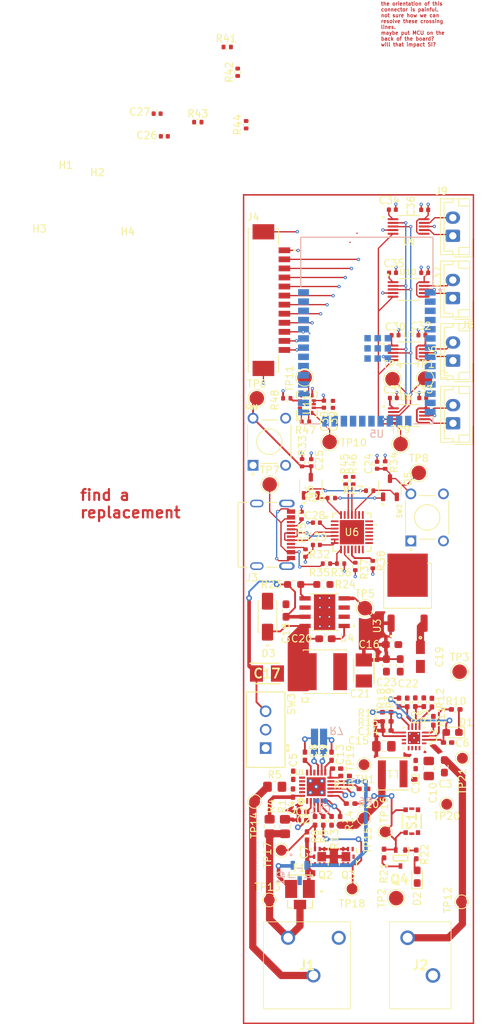
<source format=kicad_pcb>
(kicad_pcb (version 20221018) (generator pcbnew)
  (layers (0 "F.Cu" signal) (1 "In1.Cu" power) (2 "In2.Cu" power) (31 "B.Cu" signal) (34 "B.Paste" user) (35 "F.Paste" user) (36 "B.SilkS" user "B.Silkscreen") (37 "F.SilkS" user "F.Silkscreen") (38 "B.Mask" user) (39 "F.Mask" user) (44 "Edge.Cuts" user))
  (net 0 "")
  (net 1 "BAT1+")
  (net 2 "BAT1-{slash}BAT2+")
  (net 3 "GND")
  (net 4 "BMS_ALERT")
  (net 5 "Net-(U1-CP)")
  (net 6 "Net-(U1-IN)")
  (net 7 "USB_9V+")
  (net 8 "Net-(U1-BATTS)")
  (net 9 "Net-(U1-CELL1)")
  (net 10 "REGN")
  (net 11 "Net-(C7-Pad1)")
  (net 12 "Net-(Q2-G)")
  (net 13 "Net-(U1-REG2)")
  (net 14 "Net-(U1-REG3)")
  (net 15 "Net-(U2-PMID)")
  (net 16 "Net-(U1-PCKP)")
  (net 17 "Net-(C12-Pad1)")
  (net 18 "Net-(U2-BTST)")
  (net 19 "AOLDO_OUT")
  (net 20 "PACK+")
  (net 21 "Net-(U2-FB)")
  (net 22 "+5V")
  (net 23 "+3V3")
  (net 24 "Net-(U4-BOOT)")
  (net 25 "EN")
  (net 26 "IO0")
  (net 27 "Net-(U7-REG)")
  (net 28 "Net-(U8-REG)")
  (net 29 "Net-(U9-REG)")
  (net 30 "Net-(U10-REG)")
  (net 31 "Net-(D1-K)")
  (net 32 "Net-(D2-A)")
  (net 33 "Net-(Q3-G)")
  (net 34 "Net-(Q1-D)")
  (net 35 "FLASHING_VBUS_5V")
  (net 37 "Net-(J3-CC1)")
  (net 39 "Net-(J3-CC2)")
  (net 40 "NovelMechPin2")
  (net 41 "NovelMechPin3")
  (net 42 "NovelMechPin4")
  (net 43 "NovelMechPin5")
  (net 44 "NovelMechPin6")
  (net 45 "NovelMechPin7")
  (net 46 "NovelMechPin8")
  (net 47 "NovelMechPin9")
  (net 48 "NovelDetect")
  (net 52 "NovelMechPin10")
  (net 55 "/Haptics/LRA_OUT1+")
  (net 56 "/Haptics/LRA_OUT1-")
  (net 57 "/Haptics/LRA_OUT2+")
  (net 58 "/Haptics/LRA_OUT2-")
  (net 59 "/Haptics/LRA_OUT3+")
  (net 60 "/Haptics/LRA_OUT3-")
  (net 61 "/Haptics/LRA_OUT4+")
  (net 62 "/Haptics/LRA_OUT4-")
  (net 63 "Net-(Q1-G)")
  (net 64 "Net-(Q2-D-Pad1)")
  (net 65 "Net-(Q4-D)")
  (net 66 "Net-(Q5-Pad1)")
  (net 67 "RTS")
  (net 68 "Net-(Q6-Pad1)")
  (net 69 "DTR")
  (net 70 "/BMS/CHARGER_EN")
  (net 71 "Net-(U1-CSP)")
  (net 72 "Net-(U1-CSN)")
  (net 73 "Net-(U1-CHG)")
  (net 74 "Net-(U1-DIS)")
  (net 75 "Net-(U2-STAT)")
  (net 76 "Net-(U2-ICHG)")
  (net 77 "Net-(U2-POL)")
  (net 78 "Net-(U1-ZVC)")
  (net 79 "Net-(U2-FB_GND)")
  (net 80 "Net-(U2-TS)")
  (net 81 "Net-(U1-ALRT)")
  (net 82 "Net-(U4-EN)")
  (net 83 "USB_D+")
  (net 84 "USB_D-")
  (net 85 "Net-(U6-VBUS)")
  (net 86 "Net-(U6-RSTb)")
  (net 87 "Net-(U6-SUSPENDb)")
  (net 88 "SDA")
  (net 89 "SCL")
  (net 90 "UART_RXD")
  (net 91 "Net-(U5-TXD0)")
  (net 92 "UART_TXD")
  (net 93 "Net-(U5-RXD0)")
  (net 94 "Net-(U6-TXD)")
  (net 95 "Net-(U6-RXD)")
  (net 96 "Net-(U11-SDO{slash}SA0)")
  (net 97 "Net-(U11-CS)")
  (net 98 "Net-(U1-TH1)")
  (net 99 "HAPTICS_EN")
  (net 100 "INTERRUPT1_IMU")
  (net 101 "INTERRUPT2_IMU")
  (net 134 "Net-(U4-SW)")
  (net 135 "Net-(U4-VIN)")
  (footprint "TestPoint:TestPoint_Pad_D2.0mm" (layer "F.Cu") (at 148.082 95.0214)
    (fp_text reference "TP4")
    (fp_text value "SCL")
  )
  (footprint "Resistor_SMD:R_0402_1005Metric" (layer "F.Cu") (at 147.066 106.8812 -90)
    (fp_text reference "R34")
    (fp_text value "1k")
  )
  (footprint "Capacitor_SMD:C_0402_1005Metric" (layer "F.Cu") (at 152.2601 97.623)
    (fp_text reference "C33")
    (fp_text value "1 uF")
  )
  (footprint "Resistor_SMD:R_0402_1005Metric_Pad0.72x0.64mm_HandSolder" (layer "F.Cu") (at 138.519 155.9565 90)
    (fp_text reference "R9")
    (fp_text value "100")
  )
  (footprint "Capacitor_SMD:C_0402_1005Metric_Pad0.74x0.62mm_HandSolder" (layer "F.Cu") (at 135.6655 154.724 180)
    (fp_text reference "C1")
    (fp_text value "0.47u")
  )
  (footprint "Sensify Footprints:VREG_LM5017MR_NOPB" (layer "F.Cu") (at 138.699 127.172 180)
    (fp_text reference "U4")
    (fp_text value "LM22676MRX-5.0_NOPB" hide)
  )
  (footprint "MountingHole:MountingHole_3.2mm_M3" (layer "F.Cu") (at 99.0092 68.4276)
    (fp_text reference "H1")
    (fp_text value "MountingHole")
  )
  (footprint "Sensify Footprints:DIOM5225X244N" (layer "F.Cu") (at 130.81 127.792 90)
    (fp_text reference "D3")
    (fp_text value "SK36A-LTP")
  )
  (footprint "Resistor_SMD:R_0402_1005Metric" (layer "F.Cu") (at 145.354 120.600999 -90)
    (fp_text reference "R38")
    (fp_text value "10k")
  )
  (footprint "Capacitor_SMD:C_0402_1005Metric" (layer "F.Cu") (at 137.5685 114.8217)
    (fp_text reference "C28")
    (fp_text value "4.7uF")
  )
  (footprint "TestPoint:TestPoint_Pad_D1.5mm" (layer "F.Cu") (at 144.145 148.209)
    (fp_text reference "TP19")
    (fp_text value "TestPoint")
  )
  (footprint "Sensify Footprints:TQFN-24" (layer "F.Cu") (at 137.541 151.257)
    (fp_text reference "U1")
    (fp_text value "MAX17320G22")
  )
  (footprint "Sensify Footprints:128340112" (layer "F.Cu") (at 151.92 175.892)
    (fp_text reference "J2")
    (fp_text value "1-2834011-2" hide)
  )
  (footprint "TestPoint:TestPoint_Pad_D2.0mm" (layer "F.Cu") (at 135.9408 94.7928 90)
    (fp_text reference "TP11")
    (fp_text value "INTERRUPT2_IMU")
  )
  (footprint "Resistor_SMD:R_0402_1005Metric" (layer "F.Cu") (at 142.6464 109.0168 90)
    (fp_text reference "R46")
    (fp_text value "0")
  )
  (footprint "Sensify Footprints:SOP50P490X110-10N" (layer "F.Cu") (at 150.3008 91.3906)
    (fp_text reference "U7")
    (fp_text value "DRV2605LDGSR")
  )
  (footprint "MountingHole:MountingHole_3.2mm_M3" (layer "F.Cu") (at 111.506 78.867)
    (fp_text reference "H4")
    (fp_text value "MountingHole")
  )
  (footprint "Resistor_SMD:R_0402_1005Metric" (layer "F.Cu") (at 121.1854 59.563)
    (fp_text reference "R43")
    (fp_text value "0")
  )
  (footprint "Sensify Footprints:SW_1825910-6-4" (layer "F.Cu") (at 152.8678 114.0956 90)
    (fp_text reference "SW2")
    (fp_text value "SW_Push")
  )
  (footprint "Capacitor_SMD:C_0402_1005Metric" (layer "F.Cu") (at 115.5674 58.3946)
    (fp_text reference "C27")
    (fp_text value "10uF")
  )
  (footprint "Connector_JST:JST_EH_B2B-EH-A_1x02_P2.50mm_Vertical" (layer "F.Cu") (at 156.4412 101.1136 90)
    (fp_text reference "J7")
    (fp_text value "Conn_01x02_Socket")
  )
  (footprint "TestPoint:TestPoint_Pad_D1.5mm" (layer "F.Cu") (at 155.575 153.67 180)
    (fp_text reference "TP20")
    (fp_text value "TestPoint")
  )
  (footprint "Resistor_SMD:R_0402_1005Metric" (layer "F.Cu") (at 142.941 120.854999 90)
    (fp_text reference "R37")
    (fp_text value "10k")
  )
  (footprint "Capacitor_SMD:C_0402_1005Metric_Pad0.74x0.62mm_HandSolder" (layer "F.Cu") (at 155.6848 145.161)
    (fp_text reference "C6")
    (fp_text value "2.2u")
  )
  (footprint "Sensify Footprints:SOT65P210X100-3N" (layer "F.Cu") (at 149.1846 161.0964 -90)
    (fp_text reference "Q4")
    (fp_text value "BSS223PWH6327XTSA1" hide)
  )
  (footprint "Capacitor_SMD:C_0603_1608Metric_Pad1.08x0.95mm_HandSolder" (layer "F.Cu") (at 147.2378 134.5079 -90)
    (fp_text reference "C23")
    (fp_text value "1u")
  )
  (footprint "Resistor_SMD:R_0402_1005Metric" (layer "F.Cu") (at 140.909 120.473999)
    (fp_text reference "R36")
    (fp_text value "47.5k")
  )
  (footprint "Capacitor_SMD:C_0402_1005Metric" (layer "F.Cu") (at 152.527 80.351)
    (fp_text reference "C37")
    (fp_text value "1 uF")
  )
  (footprint "Resistor_SMD:R_0402_1005Metric_Pad0.72x0.64mm_HandSolder" (layer "F.Cu") (at 150.114 139.625 90)
    (fp_text reference "R19")
    (fp_text value "10k")
  )
  (footprint "MountingHole:MountingHole_3.2mm_M3" (layer "F.Cu") (at 99.314 78.486)
    (fp_text reference "H3")
    (fp_text value "MountingHole")
  )
  (footprint "Sensify Footprints:IC_BQ25306RTER" (layer "F.Cu") (at 151.0563 144.526 180)
    (fp_text reference "U2")
    (fp_text value "BQ25306RTER")
  )
  (footprint "Resistor_SMD:R_0402_1005Metric_Pad0.72x0.64mm_HandSolder" (layer "F.Cu") (at 151.3586 160.5939 -90)
    (fp_text reference "R22")
    (fp_text value "365")
  )
  (footprint "Connector_JST:JST_EH_B2B-EH-A_1x02_P2.50mm_Vertical" (layer "F.Cu") (at 156.4132 75.2456 90)
    (fp_text reference "J9")
    (fp_text value "Conn_01x02_Socket")
  )
  (footprint "Resistor_SMD:R_0402_1005Metric_Pad0.72x0.64mm_HandSolder" (layer "F.Cu") (at 146.9136 160.4669 90)
    (fp_text reference "R21")
    (fp_text value "100k")
  )
  (footprint "Capacitor_SMD:C_0402_1005Metric_Pad0.74x0.62mm_HandSolder" (layer "F.Cu") (at 140.3565 148.755)
    (fp_text reference "C13")
    (fp_text value "0.47u")
  )
  (footprint "Resistor_SMD:R_0402_1005Metric" (layer "F.Cu") (at 127.8636 59.9206 90)
    (fp_text reference "R44")
    (fp_text value "0")
  )
  (footprint "Resistor_SMD:R_0402_1005Metric_Pad0.72x0.64mm_HandSolder" (layer "F.Cu") (at 147.2838 142.24)
    (fp_text reference "R16")
    (fp_text value "1.33M")
  )
  (footprint "Resistor_SMD:R_0402_1005Metric" (layer "F.Cu") (at 138.956601 120.473999)
    (fp_text reference "R35")
    (fp_text value "22.1k")
  )
  (footprint "TestPoint:TestPoint_Pad_D1.5mm" (layer "F.Cu") (at 142.494 165.354 180)
    (fp_text reference "TP18")
    (fp_text value "TestPoint")
  )
  (footprint "Capacitor_SMD:C_0402_1005Metric_Pad0.74x0.62mm_HandSolder" (layer "F.Cu") (at 134.366 149.6735 90)
    (fp_text reference "C5")
    (fp_text value "0.01u")
  )
  (footprint "Capacitor_SMD:C_0603_1608Metric_Pad1.08x0.95mm_HandSolder" (layer "F.Cu") (at 155.2473 148.4365 -90)
    (fp_text reference "C3")
    (fp_text value "2.2u")
  )
  (footprint "Capacitor_SMD:C_0603_1608Metric_Pad1.08x0.95mm_HandSolder" (layer "F.Cu") (at 148.0263 131.6434)
    (fp_text reference "C16")
    (fp_text value "0.33u")
  )
  (footprint "Resistor_SMD:R_0603_1608Metric_Pad0.98x0.95mm_HandSolder" (layer "F.Cu") (at 138.5335 123.347)
    (fp_text reference "R24")
    (fp_text value "20k")
  )
  (footprint "Sensify Footprints:DFN2020MD-6_SOT1220_NEX" (layer "F.Cu") (at 138.018 160.909 -90)
    (fp_text reference "Q2")
    (fp_text value "PMPB13XNE,115")
  )
  (footprint "Capacitor_SMD:C_0402_1005Metric_Pad0.74x0.62mm_HandSolder" (layer "F.Cu") (at 136.271 158.0475 90)
    (fp_text reference "C7")
    (fp_text value "0.1u")
  )
  (footprint "Resistor_SMD:R_0402_1005Metric_Pad0.72x0.64mm_HandSolder" (layer "F.Cu") (at 156.8063 140.589)
    (fp_text reference "R10")
    (fp_text value "2.2k")
  )
  (footprint "Resistor_SMD:R_0402_1005Metric_Pad0.72x0.64mm_HandSolder" (layer "F.Cu") (at 148.971 139.625 -90)
    (fp_text reference "R18")
    (fp_text value "10k")
  )
  (footprint "TestPoint:TestPoint_Pad_D2.0mm" (layer "F.Cu") (at 148.59 166.624 90)
    (fp_text reference "TP2")
    (fp_text value "3.3V")
  )
  (footprint "TestPoint:TestPoint_Pad_D1.5mm" (layer "F.Cu") (at 144.145 155.575)
    (fp_text reference "TP15")
    (fp_text value "TestPoint")
  )
  (footprint "Capacitor_SMD:C_0402_1005Metric" (layer "F.Cu") (at 145.9484 106.904 90)
    (fp_text reference "C24")
    (fp_text value "0.1uF")
  )
  (footprint "Capacitor_SMD:C_0805_2012Metric_Pad1.18x1.45mm_HandSolder" (layer "F.Cu") (at 146.8868 145.669)
    (fp_text reference "C15")
    (fp_text value "10u")
  )
  (footprint "Capacitor_SMD:C_0402_1005Metric" (layer "F.Cu") (at 148.4348 88.9616)
    (fp_text reference "C30")
    (fp_text value "1 uF")
  )
  (footprint "MountingHole:MountingHole_3.2mm_M3" (layer "F.Cu") (at 111.506 69.2912)
    (fp_text reference "H2")
    (fp_text value "MountingHole")
  )
  (footprint "Capacitor_SMD:C_0603_1608Metric_Pad1.08x0.95mm_HandSolder" (layer "F.Cu") (at 138.811 130.84 180)
    (fp_text reference "C20")
    (fp_text value "10n")
  )
  (footprint "Diode_SMD:D_0603_1608Metric_Pad1.05x0.95mm_HandSolder" (layer "F.Cu") (at 156.3763 143.764 180)
    (fp_text reference "D1")
    (fp_text value "LED" hide)
  )
  (footprint "Resistor_SMD:R_0402_1005Metric" (layer "F.Cu") (at 126.6952 52.6816 90)
    (fp_text reference "R42")
    (fp_text value "4.7k")
  )
  (footprint "Capacitor_SMD:C_0402_1005Metric_Pad0.74x0.62mm_HandSolder" (layer "F.Cu") (at 135.6575 155.867)
    (fp_text reference "C2")
    (fp_text value "0.1u" hide)
  )
  (footprint "Sensify Footprints:QFN28_5X5_SIL-M" (layer "F.Cu") (at 142.4711 116.1386)
    (fp_text reference "U6")
    (fp_text value "CP2102N-A02-GQFN28")
  )
  (footprint "Capacitor_SMD:C_0402_1005Metric_Pad0.74x0.62mm_HandSolder" (layer "F.Cu") (at 151.2824 148.1923 90)
    (fp_text reference "C12")
    (fp_text value "47n")
  )
  (footprint "Sensify Footprints:DFN2020MD-6_SOT1220_NEX" (layer "F.Cu") (at 141.928 160.909 90)
    (fp_text reference "Q3")
    (fp_text value "PMPB13XNE,115")
  )
  (footprint "Capacitor_SMD:C_0402_1005Metric" (layer "F.Cu") (at 136.8552 106.555 90)
    (fp_text reference "C25")
    (fp_text value "0.1uF")
  )
  (footprint "Capacitor_SMD:C_0402_1005Metric_Pad0.74x0.62mm_HandSolder" (layer "F.Cu") (at 147.3138 143.51)
    (fp_text reference "C14")
    (fp_text value "470p")
  )
  (footprint "TestPoint:TestPoint_Pad_D1.5mm" (layer "F.Cu") (at 132.715 160.02)
    (fp_text reference "TP17")
    (fp_text value "TestPoint")
  )
  (footprint "Resistor_SMD:R_0402_1005Metric_Pad0.72x0.64mm_HandSolder" (layer "F.Cu") (at 139.662 155.9565 90)
    (fp_text reference "R13")
    (fp_text value "250")
  )
  (footprint "Sensify Footprints:MOLEX_0532611271" (layer "F.Cu") (at 130.2468 84.1202 -90)
    (fp_text reference "J4")
    (fp_text value "0532611271")
  )
  (footprint "Capacitor_SMD:C_0402_1005Metric_Pad0.74x0.62mm_HandSolder" (layer "F.Cu") (at 135.979 147.0445 90)
    (fp_text reference "C8")
    (fp_text value "0.47u")
  )
  (footprint "TestPoint:TestPoint_Pad_D1.5mm" (layer "F.Cu") (at 131.064 166.878)
    (fp_text reference "TP13")
    (fp_text value "TestPoint")
  )
  (footprint "TestPoint:TestPoint_Pad_D2.0mm" (layer "F.Cu") (at 129.3368 97.663)
    (fp_text reference "TP6")
    (fp_text value "IO0")
  )
  (footprint "Resistor_SMD:R_0402_1005Metric_Pad0.72x0.64mm_HandSolder" (layer "F.Cu") (at 151.2316 139.5984 -90)
    (fp_text reference "R2")
    (fp_text value "0")
  )
  (footprint "Capacitor_SMD:C_0603_1608Metric_Pad1.08x0.95mm_HandSolder" (layer "F.Cu") (at 133.365 126.9445 90)
    (fp_text reference "C18")
    (fp_text value "1u")
  )
  (footprint "TestPoint:TestPoint_Pad_D1.5mm" (layer "F.Cu") (at 157.734 147.32)
    (fp_text reference "TP21")
    (fp_text value "TestPoint")
  )
  (footprint "Capacitor_SMD:C_0402_1005Metric" (layer "F.Cu") (at 152.5244 71.6642)
    (fp_text reference "C36")
    (fp_text value "1 uF")
  )
  (footprint "Sensify Footprints:CAPPM3528X210N" (layer "F.Cu") (at 130.736 135.636)
    (fp_text reference "C17")
    (fp_text value "22u" hide)
  )
  (footprint "Capacitor_SMD:C_0402_1005Metric" (layer "F.Cu") (at 137.5659 117.8951 180)
    (fp_text reference "C29")
    (fp_text value "100nF")
  )
  (footprint "Resistor_SMD:R_0805_2012Metric_Pad1.20x1.40mm_HandSolder" (layer "F.Cu") (at 131.81 151.257 180)
    (fp_text reference "R5")
    (fp_text value "50")
  )
  (footprint "Resistor_SMD:R_0402_1005Metric_Pad0.72x0.64mm_HandSolder" (layer "F.Cu") (at 153.7233 142.1505 90)
    (fp_text reference "R11")
    (fp_text value "27k")
  )
  (footprint "TestPoint:TestPoint_Pad_D2.0mm" (layer "F.Cu") (at 131.1148 109.5502)
    (fp_text reference "TP7")
    (fp_text value "FLASHING_VBUS_5V")
  )
  (footprint "Capacitor_SMD:C_0805_2012Metric_Pad1.18x1.45mm_HandSolder" (layer "F.Cu") (at 153.0883 148.7385 -90)
    (fp_text reference "C10")
    (fp_text value "10u")
  )
  (footprint "Sensify Footprints:CAPPM3528X210N" (layer "F.Cu") (at 144.1196 135.211 -90)
    (fp_text reference "C21")
    (fp_text value "100u" hide)
  )
  (footprint "TestPoint:TestPoint_Pad_D2.0mm" (layer "F.Cu") (at 151.7142 107.95)
    (fp_text reference "TP8")
    (fp_text value "EN")
  )
  (footprint "Sensify Footprints:ITV4030_LTF" (layer "F.Cu") (at 135.299999 165.7123 180)
    (fp_text reference "F1")
    (fp_text value "ITV4030L1412NR")
  )
  (footprint "TestPoint:TestPoint_Pad_D1.5mm" (layer "F.Cu") (at 129.032 153.289)
    (fp_text reference "TP14")
    (fp_text value "TestPoint")
  )
  (footprint "Capacitor_SMD:C_0402_1005Metric" (layer "F.Cu") (at 116.558 61.5188)
    (fp_text reference "C26")
    (fp_text value "0.1uF")
  )
  (footprint "Resistor_SMD:R_0402_1005Metric_Pad0.72x0.64mm_HandSolder" (layer "F.Cu") (at 147.2838 140.97 180)
    (fp_text reference "R17")
    (fp_text value "200k")
  )
  (footprint "Resistor_SMD:R_0402_1005Metric_Pad0.72x0.64mm_HandSolder" (layer "F.Cu") (at 152.4 139.5984 90)
    (fp_text reference "R3")
    (fp_text value "0")
  )
  (footprint "TestPoint:TestPoint_Pad_D2.0mm" (layer "F.Cu") (at 152.5778 94.9452)
    (fp_text reference "TP1")
    (fp_text value "SDA")
  )
  (footprint "Resistor_SMD:R_0402_1005Metric_Pad0.72x0.64mm_HandSolder" (layer "F.Cu") (at 137.376 155.9565 90)
    (fp_text reference "R8")
    (fp_text value "100")
  )
  (footprint "Resistor_SMD:R_0402_1005Metric_Pad0.72x0.64mm_HandSolder" (layer "F.Cu") (at 141.5295 149.771)
    (fp_text reference "R15")
    (fp_text value "10k")
  )
  (footprint "Resistor_SMD:R_0402_1005Metric" (layer "F.Cu") (at 139.6258 111.4298)
    (fp_text reference "R26")
    (fp_text value "10k")
  )
  (footprint "Sensify Footprints:IND_VLS6045EX-100M" (layer "F.Cu") (at 138.752 135.382)
    (fp_text reference "L2")
    (fp_text value "10u" hide)
  )
  (footprint "Connector_JST:JST_EH_B2B-EH-A_1x02_P2.50mm_Vertical" (layer "F.Cu") (at 156.4132 83.8416 90)
    (fp_text reference "J8")
    (fp_text value "Conn_01x02_Socket")
  )
  (footprint "Sensify Footprints:IND_PA4332.222NLT_PUL" (layer "F.Cu") (at 148.10865 149.479 180)
    (fp_text reference "L1")
    (fp_text value "2.2u")
  )
  (footprint "Sensify Footprints:500ASSP3M2QE_EWI" (layer "F.Cu") (at 130.556 145.923 180)
    (fp_text reference "SW3")
    (fp_text value "500ASSP3M2QE")
  )
  (footprint "Capacitor_SMD:C_0603_1608Metric_Pad1.08x0.95mm_HandSolder" (layer "F.Cu") (at 149.1428 134.5079 -90)
    (fp_text reference "C22")
    (fp_text value "1u" hide)
  )
  (footprint "Sensify Footprints:SW_1825910-6-4" (layer "F.Cu") (at 131.064 103.6586 90)
    (fp_text reference "SW1")
    (fp_text value "SW_Push")
  )
  (footprint "Capacitor_SMD:C_0402_1005Metric" (layer "F.Cu") (at 148.0592 71.6388)
    (fp_text reference "C34")
    (fp_text value "1 uF")
  )
  (footprint "Resistor_SMD:R_0402_1005Metric" (layer "F.Cu") (at 136.0611 119.0111 -90)
    (fp_text reference "R32")
    (fp_text value "5.1k")
  )
  (footprint "Sensify Footprints:DPAK456P972X240-3N" (layer "F.Cu") (at 150.1648 124.4924 90)
    (fp_text reference "U3")
    (fp_text value "LD29150DT33R")
  )
  (footprint "Sensify Footprints:T491A" (layer "F.Cu") (at 151.9368 133.3514 -90)
    (fp_text reference "C19")
    (fp_text value "10u" hide)
  )
  (footprint "Sensify Footprints:SOT95P280X125-3N" (layer "F.Cu") (at 147.7264 110.001499 90)
    (fp_text reference "Q5")
    (fp_text value "AO3400A")
  )
  (footprint "Sensify Footprints:128340113" (layer "F.Cu") (at 133.66 172.092)
    (fp_text reference "J1")
    (fp_text value "1-2834011-3" hide)
  )
  (footprint "Sensify Footprints:IMU_LSM6DSOTR" (layer "F.Cu") (at 136.2456 98.4758 90)
    (fp_text reference "U11")
    (fp_text value "LSM6DSOTR")
  )
  (footprint "Sensify Footprints:SOT95P280X125-3N" (layer "F.Cu") (at 136.7942 109.807999 90)
    (fp_text reference "Q6")
    (fp_text value "AO3400A")
  )
  (footprint "Resistor_SMD:R_0402_1005Metric" (layer "F.Cu") (at 141.605 109.0168 90)
    (fp_text reference "R45")
    (fp_text value "0")
  )
  (footprint "Sensify Footprints:435151014845" (layer "F.Cu") (at 150.749 156.009 90)
    (fp_text reference "S1")
    (fp_text value "435151014845" hide)
  )
  (footprint "TestPoint:TestPoint_Pad_D2.0mm" (layer "F.Cu") (at 139.3952 103.6828 90)
    (fp_text reference "TP10")
    (fp_text value "INTERRUPT1_IMU")
  )
  (footprint "Capacitor_SMD:C_0402_1005Metric_Pad0.74x0.62mm_HandSolder" (layer "F.Cu") (at 139.662 147.0445 90)
    (fp_text reference "C9")
    (fp_text value "0.47u")
  )
  (footprint "Sensify Footprints:SOP50P490X110-10N" (layer "F.Cu") (at 150.3516 100.052)
    (fp_text reference "U8")
    (fp_text value "DRV2605LDGSR")
  )
  (footprint "TestPoint:TestPoint_Pad_D2.0mm" (layer "F.Cu") (at 149.1996 103.9876)
    (fp_text reference "TP9")
    (fp_text value "HAPTICS_EN")
  )
  (footprint "Sensify Footprints:PHOENIX_1332645" (layer "F.Cu") (at 126.7393 112.0261 -90)
    (fp_text reference "J3")
    (fp_text value "1332645")
  )
  (footprint "Resistor_SMD:R_0402_1005Metric" (layer "F.Cu") (at 133.477 97.663 180)
    (fp_text reference "R48")
    (fp_text value "1k")
  )
  (footprint "Capacitor_SMD:C_0402_1005Metric_Pad0.74x0.62mm_HandSolder" (layer "F.Cu") (at 134.328 152.1245 90)
    (fp_text reference "C4")
    (fp_text value "0.01u")
  )
  (footprint "Resistor_SMD:R_0402_1005Metric" (layer "F.Cu") (at 125.2494 49.1998)
    (fp_text reference "R41")
    (fp_text value "4.7k")
  )
  (footprint "TestPoint:TestPoint_Pad_D1.5mm" (layer "F.Cu") (at 147.066 157.48)
    (fp_text reference "TP16")
    (fp_text value "TestPoint")
  )
  (footprint "Capacitor_SMD:C_0402_1005Metric" (layer "F.Cu") (at 138.5989 98.483801 90)
    (fp_text reference "C38")
    (fp_text value "100n")
  )
  (footprint "TestPoint:TestPoint_Pad_D1.5mm" (layer "F.Cu") (at 157.607 167.132)
    (fp_text reference "TP12")
    (fp_text value "TestPoint")
  )
  (footprint "Resistor_SMD:R_0402_1005Metric" (layer "F.Cu") (at 135.5115 113.8291 90)
    (fp_text reference "R25")
    (fp_text value "5.1k")
  )
  (footprint "Resistor_SMD:R_0603_1608Metric_Pad0.98x0.95mm_HandSolder" (layer "F.Cu") (at 134.493 123.347)
    (fp_text reference "R23")
    (fp_text value "51k")
  )
  (footprint "Resistor_SMD:R_0402_1005Metric_Pad0.72x0.64mm_HandSolder" (layer "F.Cu") (at 140.843 155.956 90)
    (fp_text reference "R14")
    (fp_text value "1k")
  )
  (footprint "Resistor_SMD:R_0805_2012Metric_Pad1.20x1.40mm_HandSolder" (layer "F.Cu") (at 133.223 156.75 90)
    (fp_text reference "R1")
    (fp_text value "10")
  )
  (footprint "Resistor_SMD:R_0402_1005Metric" (layer "F.Cu") (at 135.5852 106.555 -90)
    (fp_text reference "R33")
    (fp_text value "1k")
  )
  (footprint "Capacitor_SMD:C_0402_1005Metric" (layer "F.Cu") (at 148.1961 97.623)
    (fp_text reference "C31")
    (fp_text value "1 uF")
  )
  (footprint "Resistor_SMD:R_0805_2012Metric_Pad1.20x1.40mm_HandSolder" (layer "F.Cu") (at 131.102 156.734 -90)
    (fp_text reference "R4")
    (fp_text value "50")
  )
  (footprint "Resistor_SMD:R_0402_1005Metric_Pad0.72x0.64mm_HandSolder" (layer "F.Cu") (at 144.0695 151.549 180)
    (fp_text reference "TH1")
    (fp_text value "10k")
  )
  (footprint "Resistor_SMD:R_0402_1005Metric_Pad0.72x0.64mm_HandSolder" (layer "F.Cu") (at 153.5176 139.6492 90)
    (fp_text reference "R12")
    (fp_text value "0")
  )
  (footprint "Sensify Footprints:SOP50P490X110-10N" (layer "F.Cu") (at 150.3008 73.9596)
    (fp_text reference "U9")
    (fp_text value "DRV2605LDGSR")
  )
  (footprint "Diode_SMD:D_0603_1608Metric_Pad1.05x0.95mm_HandSolder" (layer "F.Cu") (at 151.4856 163.6654 90)
    (fp_text reference "D2")
    (fp_text value "CL-196HR-CD-T" hide)
  )
  (footprint "Capacitor_SMD:C_0402_1005Metric" (layer "F.Cu") (at 139.8524 98.5012 90)
    (fp_text reference "C39")
    (fp_text value "100n")
  )
  (footprint "Resistor_SMD:R_0402_1005Metric" (layer "F.Cu") (at 144.9324 110.4138 180)
    (fp_text reference "R27")
    (fp_text value "10k")
  )
  (footprint "Capacitor_SMD:C_0402_1005Metric" (layer "F.Cu") (at 148.084644 80.351)
    (fp_text reference "C35")
    (fp_text value "1 uF")
  )
  (footprint "Resistor_SMD:R_0402_1005Metric_Pad0.72x0.64mm_HandSolder" (layer "F.Cu") (at 142.2915 153.581 180)
    (fp_text reference "R20")
    (fp_text value "150")
  )
  (footprint "TestPoint:TestPoint_Pad_D2.0mm" (layer "F.Cu") (at 144.272 126.619)
    (fp_text reference "TP5")
    (fp_text value "5V")
  )
  (footprint "TestPoint:TestPoint_Pad_D2.0mm" (layer "F.Cu") (at 157.353 135.382)
    (fp_text reference "TP3")
    (fp_text value "GND")
  )
  (footprint "Resistor_SMD:R_0402_1005Metric" (layer "F.Cu") (at 136.0589 100.896801 180)
    (fp_text reference "R47")
    (fp_text value "0")
  )
  (footprint "Connector_JST:JST_EH_B2B-EH-A_1x02_P2.50mm_Vertical" (layer "F.Cu") (at 156.4386 92.4668 90)
    (fp_text reference "J6")
    (fp_text value "Conn_01x02_Socket")
  )
  (footprint "Sensify Footprints:SOP50P490X110-10N" (layer "F.Cu") (at 150.303044 82.646444)
    (fp_text reference "U10")
    (fp_text value "DRV2605LDGSR")
  )
  (footprint "Capacitor_SMD:C_0402_1005Metric" (layer "F.Cu") (at 152.1458 88.9616)
    (fp_text reference "C32")
    (fp_text value "1 uF")
  )
  (footprint "Sensify Footprints:SOT95P240X111-3N" (layer "B.Cu") (at 135.255 163.151 -90)
    (fp_text reference "Q1")
    (fp_text value "2N700")
  )
  (footprint "Sensify Footprints:ESP32-WROOM-32E_EXP" (layer "B.Cu") (at 144.5384 88.318 180)
    (fp_text reference "U5")
    (fp_text value "ESP32-WROOM-32E-N16")
  )
  (footprint "Resistor_SMD:R_0402_1005Metric_Pad0.72x0.64mm_HandSolder" (layer "B.Cu") (at 142.6585 150.533 180)
    (fp_text reference "R6")
    (fp_text value "10k")
  )
  (footprint "Sensify Footprints:PS0612_2-10mOHM_YAG" (layer "B.Cu") (at 137.932 144.9959)
    (fp_text reference "R7")
    (fp_text value "5m")
  )
  (footprint "Capacitor_SMD:C_0402_1005Metric_Pad0.74x0.62mm_HandSolder" (layer "B.Cu") (at 138.2055 153.2 180)
    (fp_text reference "C11")
    (fp_text value "0.01u")
  )
  (gr_rect (start 127.508 69.596) (end 159.258 183.896) (stroke (width 0.2)) (fill none) (layer "F.Cu"))
  (gr_text "find a \nreplacement" (at 104.775 114.3) (layer "F.Cu") (effects (font (size 1.5 1.5) (thickness 0.3) bold) (justify left bottom)))
  (gr_text "the orientation of this\nconnector is painful.\nnot sure how we can\nresolve these crossing\nlines.\nmaybe put MCU on the\nback of the board?\nwill that impact SI?" (at 146.431 49.149) (layer "F.Cu") (effects (font (size 0.5 0.5) (thickness 0.1)) (justify left bottom)))
  (segment (start 133.66 172.092) (end 131.102 169.534) (width 1) (layer "F.Cu") (net 1))
  (segment (start 131.102 157.734) (end 133.207 157.734) (width 1) (layer "F.Cu") (net 1))
  (segment (start 131.102 169.534) (end 131.102 157.956) (width 1) (layer "F.Cu") (net 1))
  (segment (start 135.299999 167.5009) (end 135.299999 170.452001) (width 1) (layer "F.Cu") (net 1))
  (segment (start 135.299999 170.452001) (end 133.66 172.092) (width 1) (layer "F.Cu") (net 1))
  (segment (start 132.715 177.292) (end 128.778 173.355) (width 1) (layer "F.Cu") (net 2))
  (segment (start 137.16 177.292) (end 132.715 177.292) (width 1) (layer "F.Cu") (net 2))
  (segment (start 128.778 153.289) (end 130.81 151.257) (width 1) (layer "F.Cu") (net 2))
  (segment (start 128.778 173.355) (end 128.778 153.289) (width 1) (layer "F.Cu") (net 2))
  (segment (start 130.2468 74.6952) (end 134.9072 74.6952) (width 0.1778) (layer "F.Cu") (net 3))
  (segment (start 152.0444 71.6642) (end 152.0444 70.9022) (width 0.1778) (layer "F.Cu") (net 3))
  (segment (start 133.6804 112.9172) (end 134.0593 113.2961) (width 0.1778) (layer "F.Cu") (net 3))
  (segment (start 137.0859 118.4963) (end 136.0611 119.5211) (width 0.1778) (layer "F.Cu") (net 3))
  (segment (start 148.6761 97.623) (end 148.6761 96.8709) (width 0.1778) (layer "F.Cu") (net 3))
  (segment (start 138.865401 115.638601) (end 140.0962 115.638601) (width 0.1778) (layer "F.Cu") (net 3))
  (segment (start 133.6804 120.075) (end 134.0593 119.6961) (width 0.1778) (layer "F.Cu") (net 3))
  (segment (start 139.662 146.477) (end 139.662 144.818) (width 0.25) (layer "F.Cu") (net 3))
  (segment (start 132.332675 113.288473) (end 132.703948 112.9172) (width 0.1778) (layer "F.Cu") (net 3))
  (segment (start 132.3686 120.075) (end 132.08 119.7864) (width 0.1778) (layer "F.Cu") (net 3))
  (segment (start 138.0485 114.8217) (end 138.865401 115.638601) (width 0.1778) (layer "F.Cu") (net 3))
  (segment (start 152.047 80.351) (end 152.047 79.5916) (width 0.1778) (layer "F.Cu") (net 3))
  (segment (start 153.828903 82.646444) (end 153.8478 82.665341) (width 0.1778) (layer "F.Cu") (net 3))
  (segment (start 152.5016 100.052) (end 153.8826 100.052) (width 0.1778) (layer "F.Cu") (net 3))
  (segment (start 132.703948 112.9172) (end 133.6804 112.9172) (width 0.1778) (layer "F.Cu") (net 3))
  (segment (start 151.7801 96.8761) (end 151.765 96.861) (width 0.1778) (layer "F.Cu") (net 3))
  (segment (start 148.9308 88.9776) (end 148.9148 88.9616) (width 0.1778) (layer "F.Cu") (net 3))
  (segment (start 148.2016 100.552) (end 146.82 100.552) (width 0.1778) (layer "F.Cu") (net 3))
  (segment (start 138.524449 97.238351) (end 138.5989 97.312802) (width 0.1778) (layer "F.Cu") (net 3))
  (segment (start 148.564644 79.589044) (end 148.5646 79.589) (width 0.1778) (layer "F.Cu") (net 3))
  (segment (start 137.2019 98.4758) (end 137.2019 97.975801) (width 0.1778) (layer "F.Cu") (net 3))
  (segment (start 132.703948 120.075) (end 132.3686 120.075) (width 0.1778) (layer "F.Cu") (net 3))
  (segment (start 136.0611 120.2372) (end 136.0449 120.2534) (width 0.1778) (layer "F.Cu") (net 3))
  (segment (start 132.222482 113.288473) (end 132.332675 113.288473) (width 0.1778) (layer "F.Cu") (net 3))
  (segment (start 145.354 121.058199) (end 145.354 121.921799) (width 0.25) (layer "F.Cu") (net 3))
  (segment (start 137.2019 97.975801) (end 138.5709 97.975801) (width 0.1778) (layer "F.Cu") (net 3))
  (segment (start 153.7048 91.3906) (end 153.7208 91.3746) (width 0.1778) (layer "F.Cu") (net 3))
  (segment (start 138.5989 97.312802) (end 138.5989 98.003801) (width 0.1778) (layer "F.Cu") (net 3))
  (segment (start 153.8826 100.052) (end 153.8986 100.036) (width 0.1778) (layer "F.Cu") (net 3))
  (segment (start 152.4508 91.3906) (end 153.7048 91.3906) (width 0.1778) (layer "F.Cu") (net 3))
  (segment (start 153.8384 73.9596) (end 153.8478 73.9502) (width 0.1778) (layer "F.Cu") (net 3))
  (segment (start 148.1508 74.4596) (end 146.780097 74.4596) (width 0.1778) (layer "F.Cu") (net 3))
  (segment (start 152.453044 82.646444) (end 153.828903 82.646444) (width 0.1778) (layer "F.Cu") (net 3))
  (segment (start 148.564644 80.351) (end 148.564644 79.589044) (width 0.1778) (layer "F.Cu") (net 3))
  (segment (start 148.6761 96.8709) (end 148.6662 96.861) (width 0.1778) (layer "F.Cu") (net 3))
  (segment (start 148.9148 88.2304) (end 148.9202 88.225) (width 0.1778) (layer "F.Cu") (net 3))
  (segment (start 146.780097 74.4596) (end 146.7612 74.440703) (width 0.1778) (layer "F.Cu") (net 3))
  (segment (start 135.979 146.477) (end 135.979 144.691) (width 0.25) (layer "F.Cu") (net 3))
  (segment (start 146.754697 83.146444) (end 146.7358 83.127547) (width 0.1778) (layer "F.Cu") (net 3))
  (segment (start 148.9148 88.9616) (end 148.9148 88.2304) (width 0.1778) (layer "F.Cu") (net 3))
  (segment (start 151.6658 88.2274) (end 151.6634 88.225) (width 0.1778) (layer "F.Cu") (net 3))
  (segment (start 148.5392 71.6388) (end 148.5392 70.8768) (width 0.1778) (layer "F.Cu") (net 3))
  (segment (start 130.2468 95.552) (end 130.2512 95.5564) (width 0.1778) (layer "F.Cu") (net 3))
  (segment (start 151.7801 97.623) (end 151.7801 96.8761) (width 0.1778) (layer "F.Cu") (net 3))
  (segment (start 134.9072 74.6952) (end 134.9248 74.6776) (width 0.1778) (layer "F.Cu") (net 3))
  (segment (start 151.6658 88.9616) (end 151.6658 88.2274) (width 0.1778) (layer "F.Cu") (net 3))
  (segment (start 152.4508 73.9596) (end 153.8384 73.9596) (width 0.1778) (layer "F.Cu") (net 3))
  (segment (start 146.82 100.552) (end 146.812 100.544) (width 0.1778) (layer "F.Cu") (net 3))
  (segment (start 146.852512 91.8906) (end 146.835112 91.908) (width 0.1778) (layer "F.Cu") (net 3))
  (segment (start 135.5115 113.3191) (end 135.5115 112.608) (width 0.1778) (layer "F.Cu") (net 3))
  (segment (start 141.419 120.473999) (end 141.419 121.415799) (width 0.1778) (layer "F.Cu") (net 3))
  (segment (start 136.8552 106.075) (end 136.8552 105.2322) (width 0.1778) (layer "F.Cu") (net 3))
  (segment (start 136.0611 119.5211) (end 136.0611 120.2372) (width 0.1778) (layer "F.Cu") (net 3))
  (segment (start 148.153044 83.146444) (end 146.754697 83.146444) (width 0.1778) (layer "F.Cu") (net 3))
  (segment (start 136.225 155.867) (end 135.247 156.845) (width 0.25) (layer "F.Cu") (net 3))
  (segment (start 148.1508 91.8906) (end 146.852512 91.8906) (width 0.1778) (layer "F.Cu") (net 3))
  (segment (start 145.9484 106.424) (end 145.9484 105.5604) (width 0.1778) (layer "F.Cu") (net 3))
  (segment (start 130.2468 93.5452) (end 130.2468 95.552) (width 0.1778) (layer "F.Cu") (net 3))
  (segment (start 137.0859 117.8951) (end 137.0859 118.4963) (width 0.1778) (layer "F.Cu") (net 3))
  (segment (start 152.047 79.5916) (end 152.0444 79.589) (width 0.1778) (layer "F.Cu") (net 3))
  (segment (start 135.247 156.845) (end 135.001 156.845) (width 0.25) (layer "F.Cu") (net 3))
  (segment (start 132.703948 120.075) (end 133.6804 120.075) (width 0.1778) (layer "F.Cu") (net 3))
  (via (at 145.354 121.921799) (size 0.459994) (drill 0.199898) (layers "F.Cu" "B.Cu") (net 3))
  (via (at 151.765 96.861) (size 0.459994) (drill 0.199898) (layers "F.Cu" "B.Cu") (net 3))
  (via (at 145.9484 105.5604) (size 0.459994) (drill 0.199898) (layers "F.Cu" "B.Cu") (net 3))
  (via (at 139.662 144.818) (size 0.8) (drill 0.4) (layers "F.Cu" "B.Cu") (net 3))
  (via (at 135.001 156.845) (size 0.8) (drill 0.4) (layers "F.Cu" "B.Cu") (net 3))
  (via (at 132.222482 113.288473) (size 0.459994) (drill 0.199898) (layers "F.Cu" "B.Cu") (net 3))
  (via (at 138.524449 97.238351) (size 0.459994) (drill 0.199898) (layers "F.Cu" "B.Cu") (net 3))
  (via (at 153.8986 100.036) (size 0.459994) (drill 0.199898) (layers "F.Cu" "B.Cu") (net 3))
  (via (at 146.7358 83.127547) (size 0.459994) (drill 0.199898) (layers "F.Cu" "B.Cu") (net 3))
  (via (at 136.8552 105.2322) (size 0.459994) (drill 0.199898) (layers "F.Cu" "B.Cu") (net 3))
  (via (at 154.0002 91.3746) (size 0.459994) (drill 0.199898) (layers "F.Cu" "B.Cu") (net 3))
  (via (at 135.5115 112.608) (size 0.459994) (drill 0.199898) (layers "F.Cu" "B.Cu") (net 3))
  (via (at 148.5392 70.8768) (size 0.459994) (drill 0.199898) (layers "F.Cu" "B.Cu") (net 3))
  (via (at 152.0444 70.9022) (size 0.459994) (drill 0.199898) (layers "F.Cu" "B.Cu") (net 3))
  (via (at 146.812 100.544) (size 0.459994) (drill 0.199898) (layers "F.Cu" "B.Cu") (net 3))
  (via (at 148.9202 88.225) (size 0.459994) (drill 0.199898) (layers "F.Cu" "B.Cu") (net 3))
  (via (at 136.0449 120.2534) (size 0.459994) (drill 0.199898) (layers "F.Cu" "B.Cu") (net 3))
  (via (at 153.8478 73.9502) (size 0.459994) (drill 0.199898) (layers "F.Cu" "B.Cu") (net 3))
  (via (at 146.7612 74.440703) (size 0.459994) (drill 0.199898) (layers "F.Cu" "B.Cu") (net 3))
  (via (at 134.9248 74.6776) (size 0.459994) (drill 0.199898) (layers "F.Cu" "B.Cu") (net 3))
  (via (at 132.08 119.7864) (size 0.459994) (drill 0.199898) (layers "F.Cu" "B.Cu") (net 3))
  (via (at 130.2512 95.5564) (size 0.459994) (drill 0.199898) (layers "F.Cu" "B.Cu") (net 3))
  (via (at 135.979 144.691) (size 0.8) (drill 0.4) (layers "F.Cu" "B.Cu") (net 3))
  (via (at 141.417 121.489999) (size 0.459994) (drill 0.199898) (layers "F.Cu" "B.Cu") (net 3))
  (via (at 146.835112 91.908) (size 0.459994) (drill 0.199898) (layers "F.Cu" "B.Cu") (net 3))
  (via (at 148.6662 96.861) (size 0.459994) (drill 0.199898) (layers "F.Cu" "B.Cu") (net 3))
  (via (at 148.5646 79.589) (size 0.459994) (drill 0.199898) (layers "F.Cu" "B.Cu") (net 3))
  (via (at 152.0444 79.589) (size 0.459994) (drill 0.199898) (layers "F.Cu" "B.Cu") (net 3))
  (via (at 151.6634 88.225) (size 0.459994) (drill 0.199898) (layers "F.Cu" "B.Cu") (net 3))
  (via (at 153.8478 82.665341) (size 0.459994) (drill 0.199898) (layers "F.Cu" "B.Cu") (net 3))
  (segment (start 136.106 144.564) (end 135.979 144.691) (width 0.25) (layer "B.Cu") (net 3))
  (segment (start 139.408 144.564) (end 139.662 144.818) (width 0.25) (layer "B.Cu") (net 3))
  (segment (start 132.08 119.7864) (end 132.08 113.430955) (width 0.1778) (layer "B.Cu") (net 3))
  (segment (start 132.08 113.430955) (end 132.222482 113.288473) (width 0.1778) (layer "B.Cu") (net 3))
  (segment (start 137.269 144.564) (end 136.106 144.564) (width 0.25) (layer "B.Cu") (net 3))
  (segment (start 138.519 144.564) (end 139.408 144.564) (width 0.25) (layer "B.Cu") (net 3))
  (segment (start 149.6704 154.4826) (end 148.5394 154.4826) (width 0.25) (layer "F.Cu") (net 4))
  (segment (start 147.955 155.067) (end 147.955 152.527) (width 0.25) (layer "F.Cu") (net 4))
  (segment (start 148.5346 158.75) (end 148.5346 158.6946) (width 0.25) (layer "F.Cu") (net 4))
  (segment (start 148.5346 158.6946) (end 147.32 157.48) (width 0.25) (layer "F.Cu") (net 4))
  (segment (start 149.248 157.584) (end 148.5346 158.2974) (width 0.25) (layer "F.Cu") (net 4))
  (segment (start 149.899 157.584) (end 149.248 157.584) (width 0.25) (layer "F.Cu") (net 4))
  (segment (start 147.32 157.48) (end 147.066 157.48) (width 0.25) (layer "F.Cu") (net 4))
  (segment (start 148.4562 159.918) (end 146.685 159.918) (width 0.25) (layer "F.Cu") (net 4))
  (segment (start 144.488 153.581) (end 145.542 152.527) (width 0.25) (layer "F.Cu") (net 4))
  (segment (start 148.5346 159.9964) (end 148.4562 159.918) (width 0.25) (layer "F.Cu") (net 4))
  (segment (start 142.889 153.581) (end 144.488 153.581) (width 0.25) (layer "F.Cu") (net 4))
  (segment (start 148.5394 154.4826) (end 147.955 155.067) (width 0.25) (layer "F.Cu") (net 4))
  (segment (start 148.5346 158.2974) (end 148.5346 159.9964) (width 0.25) (layer "F.Cu") (net 4))
  (segment (start 147.066 157.48) (end 147.955 156.591) (width 0.25) (layer "F.Cu") (net 4))
  (segment (start 147.955 156.591) (end 147.955 155.067) (width 0.25) (layer "F.Cu") (net 4))
  (via (at 145.542 152.527) (size 0.8) (drill 0.4) (layers "F.Cu" "B.Cu") (net 4))
  (via (at 147.955 152.527) (size 0.8) (drill 0.4) (layers "F.Cu" "B.Cu") (net 4))
  (segment (start 145.542 152.527) (end 147.955 152.527) (width 0.25) (layer "B.Cu") (net 4))
  (segment (start 136.791 154.166) (end 136.233 154.724) (width 0.25) (layer "F.Cu") (net 5))
  (segment (start 136.791 153.212) (end 136.791 154.166) (width 0.25) (layer "F.Cu") (net 5))
  (segment (start 135.098 154.724) (end 135.098 155.859) (width 0.5) (layer "F.Cu") (net 6))
  (segment (start 135.098 155.859) (end 135.09 155.867) (width 0.25) (layer "F.Cu") (net 6))
  (segment (start 157.734 149.915794) (end 155.392206 147.574) (width 1) (layer "F.Cu") (net 7))
  (segment (start 155.822 172.092) (end 157.734 170.18) (width 1) (layer "F.Cu") (net 7))
  (segment (start 150.17 172.092) (end 155.822 172.092) (width 1) (layer "F.Cu") (net 7))
  (segment (start 157.734 170.18) (end 157.734 149.915794) (width 1) (layer "F.Cu") (net 7))
  (segment (start 155.392206 147.574) (end 155.2473 147.574) (width 1) (layer "F.Cu") (net 7))
  (segment (start 155.2473 147.5003) (end 155.2473 147.574) (width 0.25) (layer "F.Cu") (net 7))
  (segment (start 131.102 153.251) (end 131.661 152.692) (width 0.5) (layer "F.Cu") (net 8))
  (segment (start 131.661 152.692) (end 134.328 152.692) (width 0.5) (layer "F.Cu") (net 8))
  (segment (start 135.586 152.507) (end 134.513 152.507) (width 0.25) (layer "F.Cu") (net 8))
  (segment (start 134.513 152.507) (end 134.328 152.692) (width 0.25) (layer "F.Cu") (net 8))
  (segment (start 131.102 155.956) (end 131.102 153.251) (width 0.5) (layer "F.Cu") (net 8))
  (segment (start 147.828 139.192) (end 147.9925 139.0275) (width 0.25) (layer "F.Cu") (net 10))
  (segment (start 155.5013 142.5677) (end 155.956 142.113) (width 0.25) (layer "F.Cu") (net 10))
  (segment (start 147.9925 139.0275) (end 148.971 139.0275) (width 0.25) (layer "F.Cu") (net 10))
  (segment (start 152.4563 144.776) (end 154.7353 144.776) (width 0.25) (layer "F.Cu") (net 10))
  (segment (start 154.7353 144.776) (end 155.1203 145.161) (width 0.25) (layer "F.Cu") (net 10))
  (segment (start 155.1203 144.145) (end 155.5013 143.764) (width 0.25) (layer "F.Cu") (net 10))
  (segment (start 155.5013 143.764) (end 155.5013 142.5677) (width 0.25) (layer "F.Cu") (net 10))
  (segment (start 155.1203 145.161) (end 155.1203 144.145) (width 0.25) (layer "F.Cu") (net 10))
  (via (at 147.828 139.192) (size 0.8) (drill 0.4) (layers "F.Cu" "B.Cu") (net 10))
  (via (at 155.956 142.113) (size 0.8) (drill 0.4) (layers "F.Cu" "B.Cu") (net 10))
  (segment (start 147.828 139.192) (end 147.955 139.192) (width 0.25) (layer "B.Cu") (net 10))
  (segment (start 150.876 142.113) (end 155.956 142.113) (width 0.25) (layer "B.Cu") (net 10))
  (segment (start 147.955 139.192) (end 150.876 142.113) (width 0.25) (layer "B.Cu") (net 10))
  (segment (start 133.731 160.02) (end 136.271 157.48) (width 0.25) (layer "F.Cu") (net 12))
  (segment (start 137.376 156.554) (end 137.197 156.554) (width 0.25) (layer "F.Cu") (net 12))
  (segment (start 137.368001 159.8549) (end 137.368001 156.561999) (width 0.25) (layer "F.Cu") (net 12))
  (segment (start 137.368001 156.561999) (end 137.376 156.554) (width 0.25) (layer "F.Cu") (net 12))
  (segment (start 132.715 160.02) (end 133.731 160.02) (width 0.25) (layer "F.Cu") (net 12))
  (segment (start 137.414 156.592) (end 137.376 156.554) (width 0.25) (layer "F.Cu") (net 12))
  (segment (start 137.197 156.554) (end 136.271 157.48) (width 0.25) (layer "F.Cu") (net 12))
  (segment (start 136.791 149.302) (end 136.791 148.424) (width 0.25) (layer "F.Cu") (net 13))
  (segment (start 136.791 148.424) (end 135.979 147.612) (width 0.25) (layer "F.Cu") (net 13))
  (segment (start 138.791 149.302) (end 138.791 148.483) (width 0.25) (layer "F.Cu") (net 14))
  (segment (start 138.791 148.483) (end 139.662 147.612) (width 0.25) (layer "F.Cu") (net 14))
  (segment (start 138.791 153.212) (end 139.293 153.212) (width 0.25) (layer "F.Cu") (net 16))
  (segment (start 139.916 153.835) (end 140.043 153.962) (width 0.25) (layer "F.Cu") (net 16))
  (segment (start 139.293 153.212) (end 139.916 153.835) (width 0.25) (layer "F.Cu") (net 16))
  (segment (start 140.843 154.686) (end 140.843 155.3585) (width 0.25) (layer "F.Cu") (net 16))
  (segment (start 140.119 153.962) (end 140.843 154.686) (width 0.25) (layer "F.Cu") (net 16))
  (segment (start 140.043 153.962) (end 140.119 153.962) (width 0.25) (layer "F.Cu") (net 16))
  (via (at 140.043 153.962) (size 0.8) (drill 0.4) (layers "F.Cu" "B.Cu") (net 16))
  (segment (start 139.535 153.962) (end 138.773 153.2) (width 0.25) (layer "B.Cu") (net 16))
  (segment (start 140.043 153.962) (end 139.535 153.962) (width 0.25) (layer "B.Cu") (net 16))
  (segment (start 139.496 150.007) (end 140.696 150.007) (width 0.25) (layer "F.Cu") (net 19))
  (segment (start 139.496 150.007) (end 139.496 149.048) (width 0.25) (layer "F.Cu") (net 19))
  (segment (start 140.696 150.007) (end 140.932 149.771) (width 0.25) (layer "F.Cu") (net 19))
  (segment (start 139.496 149.048) (end 139.789 148.755) (width 0.25) (layer "F.Cu") (net 19))
  (segment (start 140.843 156.5535) (end 143.0395 156.5535) (width 1) (layer "F.Cu") (net 20))
  (segment (start 146.6113 152.9817) (end 143.0395 156.5535) (width 1) (layer "F.Cu") (net 20))
  (segment (start 146.7463 142.3) (end 146.6863 142.24) (width 0.25) (layer "F.Cu") (net 20))
  (segment (start 146.8693 144.276) (end 146.7383 144.145) (width 0.25) (layer "F.Cu") (net 20))
  (segment (start 142.577999 157.015001) (end 143.0395 156.5535) (width 0.25) (layer "F.Cu") (net 20))
  (segment (start 149.6563 144.276) (end 146.8693 144.276) (width 0.25) (layer "F.Cu") (net 20))
  (segment (start 146.7463 143.51) (end 146.7463 142.3) (width 0.25) (layer "F.Cu") (net 20))
  (segment (start 146.6113 149.479) (end 146.6113 152.9817) (width 1) (layer "F.Cu") (net 20))
  (segment (start 146.7383 144.145) (end 146.7463 144.137) (width 0.25) (layer "F.Cu") (net 20))
  (segment (start 146.7463 144.137) (end 146.7463 143.51) (width 0.25) (layer "F.Cu") (net 20))
  (segment (start 148.1473 143.776) (end 147.8813 143.51) (width 0.25) (layer "F.Cu") (net 21))
  (segment (start 147.8813 142.24) (end 147.8813 140.97) (width 0.25) (layer "F.Cu") (net 21))
  (segment (start 147.8813 143.51) (end 147.8813 142.24) (width 0.25) (layer "F.Cu") (net 21))
  (segment (start 149.6563 143.776) (end 148.1473 143.776) (width 0.25) (layer "F.Cu") (net 21))
  (segment (start 142.92 125.267) (end 142.666 125.267) (width 0.25) (layer "F.Cu") (net 22))
  (segment (start 151.4416 99.296912) (end 151.686512 99.052) (width 0.25) (layer "F.Cu") (net 22))
  (segment (start 152.7401 97.623) (end 152.7401 98.8135) (width 0.25) (layer "F.Cu") (net 22))
  (segment (start 153.0044 71.6642) (end 153.0044 72.406) (width 0.1778) (layer "F.Cu") (net 22))
  (segment (start 153.0044 71.6642) (end 153.0044 70.9074) (width 0.1778) (layer "F.Cu") (net 22))
  (segment (start 152.6258 88.9616) (end 152.6258 88.1516) (width 0.25) (layer "F.Cu") (net 22))
  (segment (start 151.3908 90.635512) (end 151.635712 90.3906) (width 0.25) (layer "F.Cu") (net 22))
  (segment (start 133.1468 77.2452) (end 135.0286 77.2452) (width 0.1778) (layer "F.Cu") (net 22))
  (segment (start 151.686512 101.052) (end 151.4416 100.807088) (width 0.25) (layer "F.Cu") (net 22))
  (segment (start 144.272 126.619) (end 142.92 125.267) (width 0.25) (layer "F.Cu") (net 22))
  (segment (start 151.686512 99.052) (end 152.5016 99.052) (width 0.25) (layer "F.Cu") (net 22))
  (segment (start 151.635712 92.3906) (end 151.3908 92.145688) (width 0.25) (layer "F.Cu") (net 22))
  (segment (start 151.689008 83.646444) (end 151.429144 83.38658) (width 0.1778) (layer "F.Cu") (net 22))
  (segment (start 153.007 79.5916) (end 153.0096 79.589) (width 0.1778) (layer "F.Cu") (net 22))
  (segment (start 135.0286 77.2452) (end 135.0518 77.2684) (width 0.1778) (layer "F.Cu") (net 22))
  (segment (start 151.686764 74.9596) (end 152.4508 74.9596) (width 0.1778) (layer "F.Cu") (net 22))
  (segment (start 152.453044 80.904956) (end 153.007 80.351) (width 0.1778) (layer "F.Cu") (net 22))
  (segment (start 151.635712 90.3906) (end 152.4508 90.3906) (width 0.25) (layer "F.Cu") (net 22))
  (segment (start 152.5016 101.052) (end 151.686512 101.052) (width 0.25) (layer "F.Cu") (net 22))
  (segment (start 151.4269 73.219464) (end 151.4269 74.699736) (width 0.1778) (layer "F.Cu") (net 22))
  (segment (start 152.4508 72.9596) (end 151.686764 72.9596) (width 0.1778) (layer "F.Cu") (net 22))
  (segment (start 151.686764 72.9596) (end 151.4269 73.219464) (width 0.1778) (layer "F.Cu") (net 22))
  (segment (start 152.4508 92.3906) (end 151.635712 92.3906) (width 0.25) (layer "F.Cu") (net 22))
  (segment (start 149.1428 133.6454) (end 147.2378 133.6454) (width 0.25) (layer "F.Cu") (net 22))
  (segment (start 152.7401 98.8135) (end 152.5016 99.052) (width 0.25) (layer "F.Cu") (net 22))
  (segment (start 151.4416 100.807088) (end 151.4416 99.296912) (width 0.25) (layer "F.Cu") (net 22))
  (segment (start 142.666 125.267) (end 141.399 125.267) (width 0.5) (layer "F.Cu") (net 22))
  (segment (start 151.429144 81.906308) (end 151.689008 81.646444) (width 0.1778) (layer "F.Cu") (net 22))
  (segment (start 153.007 80.351) (end 153.007 79.5916) (width 0.1778) (layer "F.Cu") (net 22))
  (segment (start 151.689008 81.646444) (end 152.453044 81.646444) (width 0.1778) (layer "F.Cu") (net 22))
  (segment (start 152.453044 81.646444) (end 152.453044 80.904956) (width 0.1778) (layer "F.Cu") (net 22))
  (segment (start 152.6258 88.9616) (end 152.6258 90.2156) (width 0.25) (layer "F.Cu") (net 22))
  (segment (start 151.3908 92.145688) (end 151.3908 90.635512) (width 0.25) (layer "F.Cu") (net 22))
  (segment (start 151.4269 74.699736) (end 151.686764 74.9596) (width 0.1778) (layer "F.Cu") (net 22))
  (segment (start 151.429144 83.38658) (end 151.429144 81.906308) (width 0.1778) (layer "F.Cu") (net 22))
  (segment (start 152.6258 90.2156) (end 152.4508 90.3906) (width 0.25) (layer "F.Cu") (net 22))
  (segment (start 153.0044 70.9074) (end 153.0096 70.9022) (width 0.1778) (layer "F.Cu") (net 22))
  (segment (start 153.0044 72.406) (end 152.4508 72.9596) (width 0.1778) (layer "F.Cu") (net 22))
  (segment (start 152.453044 83.646444) (end 151.689008 83.646444) (width 0.1778) (layer "F.Cu") (net 22))
  (segment (start 152.6258 88.1516) (end 152.6286 88.1488) (width 0.25) (layer "F.Cu") (net 22))
  (via (at 153.0096 70.9022) (size 0.459994) (drill 0.199898) (layers "F.Cu" "B.Cu") (net 22))
  (via (at 135.0518 77.2684) (size 0.459994) (drill 0.199898) (layers "F.Cu" "B.Cu") (net 22))
  (via (at 153.0096 79.589) (size 0.459994) (drill 0.199898) (layers "F.Cu" "B.Cu") (net 22))
  (via (at 152.6286 88.1488) (size 0.459994) (drill 0.199898) (layers "F.Cu" "B.Cu") (net 22))
  (segment (start 133.1468 90.9952) (end 134.8632 90.9952) (width 0.1778) (layer "F.Cu") (net 23))
  (segment (start 132.969 96.647) (end 132.969 97.661) (width 0.25) (layer "F.Cu") (net 23))
  (segment (start 139.8397 117.8951) (end 140.0962 117.6386) (width 0.1778) (layer "F.Cu") (net 23))
  (segment (start 147.2886 106.1486) (end 147.066 106.3712) (width 0.1778) (layer "F.Cu") (net 23))
  (segment (start 135.5852 105.2322) (end 135.5598 105.2068) (width 0.1778) (layer "F.Cu") (net 23))
  (segment (start 136.379 114.8217) (end 136.3751 114.8178) (width 0.1778) (layer "F.Cu") (net 23))
  (segment (start 132.969 97.661) (end 132.967 97.663) (width 0.25) (layer "F.Cu") (net 23))
  (segment (start 151.9368 132.0414) (end 151.9368 129.2004) (width 1) (layer "F.Cu") (net 23))
  (segment (start 146.685 161.798) (end 147.132 162.245) (width 0.25) (layer "F.Cu") (net 23))
  (segment (start 136.996368 96.334929) (end 136.996368 97.2655) (width 0.25) (layer "F.Cu") (net 23))
  (segment (start 142.941 121.364999) (end 142.941 122.253999) (width 0.1778) (layer "F.Cu") (net 23))
  (segment (start 151.9368 129.2004) (end 152.4448 128.6924) (width 1) (layer "F.Cu") (net 23))
  (segment (start 138.1754 117.7656) (end 138.0459 117.8951) (width 0.1778) (layer "F.Cu") (net 23))
  (segment (start 147.066 106.3712) (end 147.066 105.535) (width 0.1778) (layer "F.Cu") (net 23))
  (segment (start 135.5852 106.045) (end 135.5852 105.2322) (width 0.1778) (layer "F.Cu") (net 23))
  (segment (start 137.014497 96.3168) (end 136.996368 96.334929) (width 0.25) (layer "F.Cu") (net 23))
  (segment (start 136.4956 99.6861) (end 136.4956 100.823501) (width 0.1778) (layer "F.Cu") (net 23))
  (segment (start 147.132 162.245) (end 148.956 162.245) (width 0.25) (layer "F.Cu") (net 23))
  (segment (start 137.2019 98.975799) (end 138.586902 98.975799) (width 0.1778) (layer "F.Cu") (net 23))
  (segment (start 137.0885 114.8217) (end 136.379 114.8217) (width 0.1778) (layer "F.Cu") (net 23))
  (segment (start 140.0962 117.6386) (end 140.0962 117.138601) (width 0.1778) (layer "F.Cu") (net 23))
  (segment (start 138.0459 117.8951) (end 139.8397 117.8951) (width 0.1778) (layer "F.Cu") (net 23))
  (segment (start 135.9956 99.6861) (end 136.4956 99.6861) (width 0.1778) (layer "F.Cu") (net 23))
  (segment (start 134.8632 90.9952) (end 134.874 90.9844) (width 0.1778) (layer "F.Cu") (net 23))
  (segment (start 146.685 161.113) (end 146.685 161.798) (width 0.25) (layer "F.Cu") (net 23))
  (via (at 147.066 105.535) (size 0.459994) (drill 0.199898) (layers "F.Cu" "B.Cu") (net 23))
  (via (at 135.5598 105.2068) (size 0.459994) (drill 0.199898) (layers "F.Cu" "B.Cu") (net 23))
  (via (at 134.874 90.9844) (size 0.459994) (drill 0.199898) (layers "F.Cu" "B.Cu") (net 23))
  (via (at 136.3751 114.8178) (size 0.459994) (drill 0.199898) (layers "F.Cu" "B.Cu") (net 23))
  (via (at 142.941 122.253999) (size 0.459994) (drill 0.199898) (layers "F.Cu" "B.Cu") (net 23))
  (via (at 132.969 96.647) (size 0.459994) (drill 0.199898) (layers "F.Cu" "B.Cu") (net 23))
  (via (at 137.014497 96.3168) (size 0.459994) (drill 0.199898) (layers "F.Cu" "B.Cu") (net 23))
  (segment (start 139.6735 130.84) (end 140.97 130.84) (width 0.25) (layer "F.Cu") (net 24))
  (segment (start 141.399 130.411) (end 141.399 129.077) (width 0.25) (layer "F.Cu") (net 24))
  (segment (start 140.97 130.84) (end 141.399 130.411) (width 0.25) (layer "F.Cu") (net 24))
  (segment (start 147.0588 107.384) (end 147.066 107.3912) (width 0.25) (layer "F.Cu") (net 25))
  (segment (start 149.4134 109.6412) (end 148.518699 108.746499) (width 0.1778) (layer "F.Cu") (net 25))
  (segment (start 148.518699 108.746499) (end 147.7264 108.746499) (width 0.1778) (layer "F.Cu") (net 25))
  (segment (start 147.7264 108.0516) (end 147.066 107.3912) (width 0.1778) (layer "F.Cu") (net 25))
  (segment (start 147.7264 108.746499) (end 147.7264 108.0516) (width 0.1778) (layer "F.Cu") (net 25))
  (segment (start 150.6178 110.8456) (end 149.4134 109.6412) (width 0.1778) (layer "F.Cu") (net 25))
  (segment (start 150.023 109.6412) (end 151.7142 107.95) (width 0.1778) (layer "F.Cu") (net 25))
  (segment (start 149.4134 109.6412) (end 150.023 109.6412) (width 0.1778) (layer "F.Cu") (net 25))
  (segment (start 145.9484 107.384) (end 147.0588 107.384) (width 0.25) (layer "F.Cu") (net 25))
  (segment (start 135.5852 107.065) (end 135.4704 107.065) (width 0.25) (layer "F.Cu") (net 26))
  (segment (start 128.814 100.4086) (end 128.814 98.1858) (width 0.25) (layer "F.Cu") (net 26))
  (segment (start 136.8552 107.035) (end 135.6152 107.035) (width 0.25) (layer "F.Cu") (net 26))
  (segment (start 135.4704 107.065) (end 128.814 100.4086) (width 0.25) (layer "F.Cu") (net 26))
  (segment (start 128.814 98.1858) (end 129.3368 97.663) (width 0.25) (layer "F.Cu") (net 26))
  (segment (start 135.6152 107.035) (end 135.5852 107.065) (width 0.25) (layer "F.Cu") (net 26))
  (segment (start 136.7942 108.552999) (end 136.7942 107.096) (width 0.25) (layer "F.Cu") (net 26))
  (segment (start 136.7942 107.096) (end 136.8552 107.035) (width 0.25) (layer "F.Cu") (net 26))
  (segment (start 147.9548 90.1946) (end 148.1508 90.3906) (width 0.1778) (layer "F.Cu") (net 27))
  (segment (start 147.9548 88.9616) (end 147.9548 90.1946) (width 0.1778) (layer "F.Cu") (net 27))
  (segment (start 147.7161 98.5665) (end 147.7161 97.623) (width 0.25) (layer "F.Cu") (net 28))
  (segment (start 148.2016 99.052) (end 147.7161 98.5665) (width 0.25) (layer "F.Cu") (net 28))
  (segment (start 147.5792 72.388) (end 148.1508 72.9596) (width 0.1778) (layer "F.Cu") (net 29))
  (segment (start 147.5792 71.6388) (end 147.5792 72.388) (width 0.1778) (layer "F.Cu") (net 29))
  (segment (start 147.604644 80.351) (end 147.604644 81.098044) (width 0.1778) (layer "F.Cu") (net 30))
  (segment (start 147.604644 81.098044) (end 148.153044 81.646444) (width 0.1778) (layer "F.Cu") (net 30))
  (segment (start 157.2513 143.764) (end 157.2513 140.7415) (width 0.25) (layer "F.Cu") (net 31))
  (segment (start 157.2513 140.7415) (end 157.4038 140.589) (width 0.25) (layer "F.Cu") (net 31))
  (segment (start 157.4038 140.589) (end 157.4063 140.5915) (width 0.25) (layer "F.Cu") (net 31))
  (segment (start 151.13 162.712) (end 151.257 162.839) (width 0.25) (layer "F.Cu") (net 32))
  (segment (start 151.13 161.24) (end 151.13 162.712) (width 0.25) (layer "F.Cu") (net 32))
  (segment (start 138.519 158.077) (end 138.938 158.496) (width 0.25) (layer "F.Cu") (net 33))
  (segment (start 138.519 156.554) (end 138.519 158.077) (width 0.25) (layer "F.Cu") (net 33))
  (segment (start 143.764 158.877) (end 143.764 161.417) (width 0.25) (layer "F.Cu") (net 33))
  (segment (start 143.764 161.417) (end 143.2179 161.9631) (width 0.25) (layer "F.Cu") (net 33))
  (segment (start 143.383 158.496) (end 143.764 158.877) (width 0.25) (layer "F.Cu") (net 33))
  (segment (start 143.2179 161.9631) (end 142.577999 161.9631) (width 0.25) (layer "F.Cu") (net 33))
  (segment (start 142.24 165.862) (end 142.577999 165.524001) (width 0.25) (layer "F.Cu") (net 33))
  (segment (start 142.577999 165.524001) (end 142.577999 161.9631) (width 0.25) (layer "F.Cu") (net 33))
  (via (at 143.383 158.496) (size 0.8) (drill 0.4) (layers "F.Cu" "B.Cu") (net 33))
  (via (at 138.938 158.496) (size 0.8) (drill 0.4) (layers "F.Cu" "B.Cu") (net 33))
  (segment (start 138.938 158.496) (end 143.383 158.496) (width 0.25) (layer "B.Cu") (net 33))
  (segment (start 132.334 163.613002) (end 132.334 162.179) (width 0.5) (layer "F.Cu") (net 34))
  (segment (start 134.074998 165.354) (end 132.334 163.613002) (width 0.5) (layer "F.Cu") (net 34))
  (via (at 132.334 162.179) (size 0.8) (drill 0.4) (layers "F.Cu" "B.Cu") (net 34))
  (segment (start 132.334 162.179) (end 134.217 162.179) (width 0.5) (layer "B.Cu") (net 34))
  (segment (start 134.217 162.179) (end 134.305 162.091) (width 0.25) (layer "B.Cu") (net 34))
  (segment (start 131.1148 113.266) (end 131.1148 109.5502) (width 0.1778) (layer "F.Cu") (net 35))
  (segment (start 135.1416 118.8961) (end 135.1813 118.8564) (width 0.1778) (layer "F.Cu") (net 35))
  (segment (start 132.6782 114.8294) (end 133.2004 114.3072) (width 0.1778) (layer "F.Cu") (net 35))
  (segment (start 135.274201 120.9225) (end 135.274201 120.973299) (width 0.1778) (layer "F.Cu") (net 35))
  (segment (start 134.0737 118.8817) (end 134.0593 118.8961) (width 0.1778) (layer "F.Cu") (net 35))
  (segment (start 135.274201 120.9225) (end 135.341702 120.854999) (width 0.1778) (layer "F.Cu") (net 35))
  (segment (start 132.6782 118.0296) (end 132.6782 114.8294) (width 0.1778) (layer "F.Cu") (net 35))
  (segment (start 134.0593 118.8961) (end 135.1416 118.8961) (width 0.1778) (layer "F.Cu") (net 35))
  (segment (start 138.065601 120.854999) (end 138.446601 120.473999) (width 0.1778) (layer "F.Cu") (net 35))
  (segment (start 133.8482 114.3072) (end 134.0593 114.0961) (width 0.1778) (layer "F.Cu") (net 35))
  (segment (start 133.5447 118.8961) (end 132.6782 118.0296) (width 0.1778) (layer "F.Cu") (net 35))
  (segment (start 133.2004 114.3072) (end 133.8482 114.3072) (width 0.1778) (layer "F.Cu") (net 35))
  (segment (start 134.0593 118.8961) (end 133.5447 118.8961) (width 0.1778) (layer "F.Cu") (net 35))
  (segment (start 135.274201 120.973299) (end 135.2321 121.0154) (width 0.1778) (layer "F.Cu") (net 35))
  (segment (start 135.341702 120.854999) (end 138.065601 120.854999) (width 0.1778) (layer "F.Cu") (net 35))
  (segment (start 132.6782 114.8294) (end 131.1148 113.266) (width 0.1778) (layer "F.Cu") (net 35))
  (via (at 135.1813 118.8564) (size 0.459994) (drill 0.199898) (layers "F.Cu" "B.Cu") (net 35))
  (via (at 135.274201 120.9225) (size 0.459994) (drill 0.199898) (layers "F.Cu" "B.Cu") (net 35))
  (segment (start 135.274201 120.9225) (end 135.1813 120.829599) (width 0.1778) (layer "B.Cu") (net 35))
  (segment (start 135.1813 120.829599) (end 135.1813 118.8564) (width 0.1778) (layer "B.Cu") (net 35))
  (segment (start 134.8571 115.2461) (end 134.0593 115.2461) (width 0.1778) (layer "F.Cu") (net 37))
  (segment (start 135.5115 114.5917) (end 134.8571 115.2461) (width 0.1778) (layer "F.Cu") (net 37))
  (segment (start 135.5115 114.3391) (end 135.5115 114.5917) (width 0.1778) (layer "F.Cu") (net 37))
  (segment (start 136.0611 118.5011) (end 135.8061 118.2461) (width 0.1778) (layer "F.Cu") (net 39))
  (segment (start 135.8061 118.2461) (end 134.0593 118.2461) (width 0.1778) (layer "F.Cu") (net 39))
  (segment (start 133.1468 78.4952) (end 143.3652 78.4952) (width 0.1778) (layer "F.Cu") (net 40))
  (segment (start 143.162 74.8868) (end 143.1798 74.9046) (width 0.1778) (layer "F.Cu") (net 40))
  (via (at 143.383 78.513) (size 0.459994) (drill 0.199898) (layers "F.Cu" "B.Cu") (net 40))
  (segment (start 133.1468 79.7452) (end 142.4054 79.7452) (width 0.1778) (layer "F.Cu") (net 41))
  (segment (start 142.2022 76.1368) (end 142.2146 76.1492) (width 0.1778) (layer "F.Cu") (net 41))
  (via (at 142.4178 79.7576) (size 0.459994) (drill 0.199898) (layers "F.Cu" "B.Cu") (net 41))
  (segment (start 141.5472 80.9952) (end 141.5542 81.0022) (width 0.1778) (layer "F.Cu") (net 42))
  (segment (start 133.1468 80.9952) (end 141.5472 80.9952) (width 0.1778) (layer "F.Cu") (net 42))
  (via (at 141.5542 81.0022) (size 0.459994) (drill 0.199898) (layers "F.Cu" "B.Cu") (net 42))
  (segment (start 136.6252 88.7224) (end 136.6012 88.6984) (width 0.25) (layer "B.Cu") (net 42))
  (segment (start 140.689 82.2452) (end 140.6906 82.2468) (width 0.1778) (layer "F.Cu") (net 43))
  (segment (start 133.1468 82.2452) (end 140.689 82.2452) (width 0.1778) (layer "F.Cu") (net 43))
  (via (at 140.6906 82.2468) (size 0.459994) (drill 0.199898) (layers "F.Cu" "B.Cu") (net 43))
  (segment (start 139.8562 83.4952) (end 139.8778 83.5168) (width 0.1778) (layer "F.Cu") (net 44))
  (segment (start 133.1468 83.4952) (end 139.8562 83.4952) (width 0.1778) (layer "F.Cu") (net 44))
  (via (at 139.8778 83.5168) (size 0.459994) (drill 0.199898) (layers "F.Cu" "B.Cu") (net 44))
  (segment (start 139.0234 84.7452) (end 139.0396 84.7614) (width 0.1778) (layer "F.Cu") (net 45))
  (segment (start 133.1468 84.7452) (end 139.0234 84.7452) (width 0.1778) (layer "F.Cu") (net 45))
  (via (at 139.0396 84.7614) (size 0.459994) (drill 0.199898) (layers "F.Cu" "B.Cu") (net 45))
  (segment (start 133.1468 85.9952) (end 138.1398 85.9952) (width 0.1778) (layer "F.Cu") (net 46))
  (segment (start 138.1398 85.9952) (end 138.1506 86.006) (width 0.1778) (layer "F.Cu") (net 46))
  (via (at 138.1506 86.006) (size 0.459994) (drill 0.199898) (layers "F.Cu" "B.Cu") (net 46))
  (segment (start 136.9768 87.2452) (end 136.9822 87.2506) (width 0.1778) (layer "F.Cu") (net 47))
  (segment (start 133.1468 87.2452) (end 136.9768 87.2452) (width 0.1778) (layer "F.Cu") (net 47))
  (via (at 136.9822 87.2506) (size 0.459994) (drill 0.199898) (layers "F.Cu" "B.Cu") (net 47))
  (segment (start 133.1468 89.7452) (end 134.8178 89.7452) (width 0.1778) (layer "F.Cu") (net 48))
  (segment (start 134.8178 89.7452) (end 134.8232 89.7398) (width 0.1778) (layer "F.Cu") (net 48))
  (via (at 134.8232 89.7398) (size 0.459994) (drill 0.199898) (layers "F.Cu" "B.Cu") (net 48))
  (segment (start 133.1468 88.4952) (end 135.7376 88.4952) (width 0.1778) (layer "F.Cu") (net 52))
  (via (at 135.7376 88.4952) (size 0.459994) (drill 0.199898) (layers "F.Cu" "B.Cu") (net 52))
  (segment (start 152.4508 91.8906) (end 152.453697 91.893497) (width 0.1778) (layer "F.Cu") (net 55))
  (segment (start 152.733097 91.893497) (end 155.865297 91.893497) (width 0.1778) (layer "F.Cu") (net 55))
  (segment (start 155.865297 91.893497) (end 156.4386 92.4668) (width 0.1778) (layer "F.Cu") (net 55))
  (segment (start 155.549697 90.855703) (end 156.4386 89.9668) (width 0.1778) (layer "F.Cu") (net 56))
  (segment (start 152.765097 90.855703) (end 155.549697 90.855703) (width 0.1778) (layer "F.Cu") (net 56))
  (segment (start 152.4508 90.8906) (end 152.485697 90.855703) (width 0.1778) (layer "F.Cu") (net 56))
  (segment (start 153.265636 100.552) (end 153.816436 101.1028) (width 0.1778) (layer "F.Cu") (net 57))
  (segment (start 156.4304 101.1028) (end 156.4412 101.1136) (width 0.1778) (layer "F.Cu") (net 57))
  (segment (start 152.5016 100.552) (end 153.265636 100.552) (width 0.1778) (layer "F.Cu") (net 57))
  (segment (start 153.816436 101.1028) (end 156.4304 101.1028) (width 0.1778) (layer "F.Cu") (net 57))
  (segment (start 152.5016 99.552) (end 153.265636 99.552) (width 0.1778) (layer "F.Cu") (net 58))
  (segment (start 156.0348 99.02) (end 156.4412 98.6136) (width 0.1778) (layer "F.Cu") (net 58))
  (segment (start 153.265636 99.552) (end 153.797636 99.02) (width 0.1778) (layer "F.Cu") (net 58))
  (segment (start 153.797636 99.02) (end 156.0348 99.02) (width 0.1778) (layer "F.Cu") (net 58))
  (segment (start 155.755838 83.184238) (end 156.4132 83.8416) (width 0.1778) (layer "F.Cu") (net 59))
  (segment (start 152.490838 83.184238) (end 155.755838 83.184238) (width 0.1778) (layer "F.Cu") (net 59))
  (segment (start 152.453044 83.146444) (end 152.490838 83.184238) (width 0.1778) (layer "F.Cu") (net 59))
  (segment (start 155.608356 82.146444) (end 156.4132 81.3416) (width 0.1778) (layer "F.Cu") (net 60))
  (segment (start 152.453044 82.146444) (end 155.608356 82.146444) (width 0.1778) (layer "F.Cu") (net 60))
  (segment (start 153.823036 75.0678) (end 156.2354 75.0678) (width 0.1778) (layer "F.Cu") (net 61))
  (segment (start 156.2354 75.0678) (end 156.4132 75.2456) (width 0.1778) (layer "F.Cu") (net 61))
  (segment (start 152.4508 74.4596) (end 153.214836 74.4596) (width 0.1778) (layer "F.Cu") (net 61))
  (segment (start 153.214836 74.4596) (end 153.823036 75.0678) (width 0.1778) (layer "F.Cu") (net 61))
  (segment (start 153.918036 72.7564) (end 156.4024 72.7564) (width 0.1778) (layer "F.Cu") (net 62))
  (segment (start 156.4024 72.7564) (end 156.4132 72.7456) (width 0.1778) (layer "F.Cu") (net 62))
  (segment (start 152.4508 73.4596) (end 153.214836 73.4596) (width 0.1778) (layer "F.Cu") (net 62))
  (segment (start 153.214836 73.4596) (end 153.918036 72.7564) (width 0.1778) (layer "F.Cu") (net 62))
  (segment (start 144.246 150.507) (end 139.496 150.507) (width 0.25) (layer "F.Cu") (net 63))
  (segment (start 144.272 150.533) (end 144.246 150.507) (width 0.25) (layer "F.Cu") (net 63))
  (via (at 144.272 150.533) (size 0.8) (drill 0.4) (layers "F.Cu" "B.Cu") (net 63))
  (segment (start 144.272 150.533) (end 144.399 150.66) (width 0.5) (layer "B.Cu") (net 63))
  (segment (start 144.272 150.533) (end 142.075 150.533) (width 0.25) (layer "B.Cu") (net 63))
  (segment (start 142.328 162.091) (end 136.205 162.091) (width 0.5) (layer "B.Cu") (net 63))
  (segment (start 144.399 150.66) (end 144.399 160.02) (width 0.5) (layer "B.Cu") (net 63))
  (segment (start 144.399 160.02) (end 142.328 162.091) (width 0.5) (layer "B.Cu") (net 63))
  (segment (start 138.303 160.909) (end 141.643 160.909) (width 0.25) (layer "F.Cu") (net 64))
  (segment (start 149.606 160.045) (end 151.13 160.045) (width 0.25) (layer "F.Cu") (net 65))
  (segment (start 146.603099 111.4298) (end 146.7764 111.256499) (width 0.1778) (layer "F.Cu") (net 66))
  (segment (start 140.1358 111.4298) (end 140.843 111.4298) (width 0.1778) (layer "F.Cu") (net 66))
  (segment (start 145.6182 111.4298) (end 146.603099 111.4298) (width 0.1778) (layer "F.Cu") (net 66))
  (via (at 140.843 111.4298) (size 0.459994) (drill 0.199898) (layers "F.Cu" "B.Cu") (net 66))
  (via (at 145.6182 111.4298) (size 0.459994) (drill 0.199898) (layers "F.Cu" "B.Cu") (net 66))
  (segment (start 140.843 111.4298) (end 145.6182 111.4298) (width 0.1778) (layer "B.Cu") (net 66))
  (segment (start 142.971099 113.025502) (end 145.4424 110.554201) (width 0.1778) (layer "F.Cu") (net 67))
  (segment (start 145.4424 110.4138) (end 145.493601 110.362599) (width 0.1778) (layer "F.Cu") (net 67))
  (segment (start 142.971099 113.7637) (end 142.971099 113.025502) (width 0.1778) (layer "F.Cu") (net 67))
  (segment (start 145.493601 110.362599) (end 147.7825 110.362599) (width 0.1778) (layer "F.Cu") (net 67))
  (segment (start 147.7825 110.362599) (end 148.6764 111.256499) (width 0.1778) (layer "F.Cu") (net 67))
  (segment (start 145.4424 110.554201) (end 145.4424 110.4138) (width 0.1778) (layer "F.Cu") (net 67))
  (segment (start 135.8442 110.780303) (end 135.8442 111.062999) (width 0.25) (layer "F.Cu") (net 68))
  (segment (start 144.4224 110.4138) (end 143.6624 110.4138) (width 0.1778) (layer "F.Cu") (net 68))
  (segment (start 136.7381 110.169099) (end 135.8442 111.062999) (width 0.1778) (layer "F.Cu") (net 68))
  (segment (start 138.566299 110.169099) (end 136.7381 110.169099) (width 0.1778) (layer "F.Cu") (net 68))
  (segment (start 138.811 110.4138) (end 138.566299 110.169099) (width 0.1778) (layer "F.Cu") (net 68))
  (via (at 138.811 110.4138) (size 0.459994) (drill 0.199898) (layers "F.Cu" "B.Cu") (net 68))
  (via (at 143.6624 110.4138) (size 0.459994) (drill 0.199898) (layers "F.Cu" "B.Cu") (net 68))
  (segment (start 143.6624 110.4138) (end 138.811 110.4138) (width 0.1778) (layer "B.Cu") (net 68))
  (segment (start 139.1158 111.4298) (end 138.111001 111.4298) (width 0.1778) (layer "F.Cu") (net 69))
  (segment (start 139.1158 111.9084) (end 139.1158 111.4298) (width 0.1778) (layer "F.Cu") (net 69))
  (segment (start 140.9711 113.7637) (end 139.1158 111.9084) (width 0.1778) (layer "F.Cu") (net 69))
  (segment (start 138.111001 111.4298) (end 137.7442 111.062999) (width 0.1778) (layer "F.Cu") (net 69))
  (segment (start 151.3063 143.126) (end 151.3063 140.2706) (width 0.25) (layer "F.Cu") (net 70))
  (segment (start 152.4 140.1959) (end 151.3586 140.1959) (width 0.25) (layer "F.Cu") (net 70))
  (segment (start 151.3063 140.2706) (end 151.2316 140.1959) (width 0.25) (layer "F.Cu") (net 70))
  (segment (start 151.3586 140.1959) (end 151.253 140.3015) (width 0.25) (layer "F.Cu") (net 70))
  (segment (start 137.791 148.281) (end 137.249 147.739) (width 0.25) (layer "F.Cu") (net 71))
  (segment (start 137.791 149.302) (end 137.791 148.281) (width 0.25) (layer "F.Cu") (net 71))
  (via (at 137.249 147.739) (size 0.8) (drill 0.4) (layers "F.Cu" "B.Cu") (net 71))
  (segment (start 137.269 147.719) (end 137.249 147.739) (width 0.25) (layer "B.Cu") (net 71))
  (segment (start 137.269 146.5071) (end 137.269 147.719) (width 0.25) (layer "B.Cu") (net 71))
  (segment (start 138.291 149.302) (end 138.291 147.84) (width 0.25) (layer "F.Cu") (net 72))
  (segment (start 138.291 147.84) (end 138.392 147.739) (width 0.25) (layer "F.Cu") (net 72))
  (via (at 138.392 147.739) (size 0.8) (drill 0.4) (layers "F.Cu" "B.Cu") (net 72))
  (segment (start 138.519 146.5071) (end 138.519 147.612) (width 0.25) (layer "B.Cu") (net 72))
  (segment (start 138.519 147.612) (end 138.392 147.739) (width 0.25) (layer "B.Cu") (net 72))
  (segment (start 137.291 155.274) (end 137.376 155.359) (width 0.25) (layer "F.Cu") (net 73))
  (segment (start 137.291 153.212) (end 137.291 155.274) (width 0.25) (layer "F.Cu") (net 73))
  (segment (start 137.791 153.212) (end 137.791 154.631) (width 0.25) (layer "F.Cu") (net 74))
  (segment (start 137.791 154.631) (end 138.519 155.359) (width 0.25) (layer "F.Cu") (net 74))
  (segment (start 153.9962 144.276) (end 154.4853 143.7869) (width 0.25) (layer "F.Cu") (net 75))
  (segment (start 154.4853 141.0437) (end 154.94 140.589) (width 0.25) (layer "F.Cu") (net 75))
  (segment (start 152.4563 144.276) (end 153.9962 144.276) (width 0.25) (layer "F.Cu") (net 75))
  (segment (start 154.94 140.589) (end 156.2088 140.589) (width 0.25) (layer "F.Cu") (net 75))
  (segment (start 154.4853 143.7869) (end 154.4853 141.0437) (width 0.25) (layer "F.Cu") (net 75))
  (segment (start 153.4573 143.776) (end 153.7233 143.51) (width 0.25) (layer "F.Cu") (net 76))
  (segment (start 152.4563 143.776) (end 153.4573 143.776) (width 0.25) (layer "F.Cu") (net 76))
  (segment (start 153.7233 143.51) (end 153.7233 142.748) (width 0.25) (layer "F.Cu") (net 76))
  (segment (start 151.8063 143.126) (end 151.8063 142.125) (width 0.25) (layer "F.Cu") (net 77))
  (segment (start 151.8063 142.125) (end 153.5963 140.335) (width 0.25) (layer "F.Cu") (net 77))
  (segment (start 138.291 153.212) (end 138.291 153.988) (width 0.25) (layer "F.Cu") (net 78))
  (segment (start 138.291 153.988) (end 139.662 155.359) (width 0.25) (layer "F.Cu") (net 78))
  (segment (start 150.3063 143.126) (end 150.3063 142.76) (width 0.25) (layer "F.Cu") (net 79))
  (segment (start 150.3063 142.76) (end 149.0243 141.478) (width 0.25) (layer "F.Cu") (net 79))
  (segment (start 146.6863 140.97) (end 145.3413 140.97) (width 0.25) (layer "F.Cu") (net 79))
  (via (at 149.0243 141.478) (size 0.8) (drill 0.4) (layers "F.Cu" "B.Cu") (net 79))
  (via (at 145.3413 140.97) (size 0.8) (drill 0.4) (layers "F.Cu" "B.Cu") (net 79))
  (segment (start 149.0243 141.478) (end 148.5163 140.97) (width 0.25) (layer "B.Cu") (net 79))
  (segment (start 148.5163 140.97) (end 145.3413 140.97) (width 0.25) (layer "B.Cu") (net 79))
  (segment (start 150.114 141.6787) (end 150.114 140.2225) (width 0.25) (layer "F.Cu") (net 80))
  (segment (start 148.971 140.2225) (end 150.114 140.2225) (width 0.25) (layer "F.Cu") (net 80))
  (segment (start 150.8063 142.371) (end 150.114 141.6787) (width 0.25) (layer "F.Cu") (net 80))
  (segment (start 150.8063 143.126) (end 150.8063 142.371) (width 0.25) (layer "F.Cu") (net 80))
  (segment (start 139.496 152.507) (end 140.610695 152.507) (width 0.25) (layer "F.Cu") (net 81))
  (segment (start 141.684695 153.581) (end 141.694 153.581) (width 0.25) (layer "F.Cu") (net 81))
  (segment (start 140.610695 152.507) (end 141.684695 153.581) (width 0.25) (layer "F.Cu") (net 81))
  (segment (start 135.4055 124.6735) (end 135.999 125.267) (width 0.25) (layer "F.Cu") (net 82))
  (segment (start 135.4055 123.347) (end 137.621 123.347) (width 0.25) (layer "F.Cu") (net 82))
  (segment (start 135.4055 123.347) (end 135.4055 124.6735) (width 0.25) (layer "F.Cu") (net 82))
  (segment (start 133.2615 117.2461) (end 134.0593 117.2461) (width 0.1778) (layer "F.Cu") (net 83))
  (segment (start 134.0593 117.2461) (end 136.3344 117.2461) (width 0.1778) (layer "F.Cu") (net 83))
  (segment (start 133.2615 116.2461) (end 133.2004 116.3072) (width 0.1778) (layer "F.Cu") (net 83))
  (segment (start 133.2004 116.3072) (end 133.2004 117.185) (width 0.1778) (layer "F.Cu") (net 83))
  (segment (start 134.0593 116.2461) (end 133.2615 116.2461) (width 0.1778) (layer "F.Cu") (net 83))
  (segment (start 137.4419 116.1386) (end 140.0962 116.1386) (width 0.1778) (layer "F.Cu") (net 83))
  (segment (start 133.2004 117.185) (end 133.2615 117.2461) (width 0.1778) (layer "F.Cu") (net 83))
  (segment (start 134.1137 116.1917) (end 134.0593 116.2461) (width 0.1778) (layer "F.Cu") (net 83))
  (segment (start 136.3344 117.2461) (end 137.4419 116.1386) (width 0.1778) (layer "F.Cu") (net 83))
  (segment (start 134.8571 116.7461) (end 134.0593 116.7461) (width 0.1778) (layer "F.Cu") (net 84))
  (segment (start 134.9182 116.2148) (end 134.9182 116.685) (width 0.1778) (layer "F.Cu") (net 84))
  (segment (start 134.9182 116.2148) (end 136.2227 116.2148) (width 0.1778) (layer "F.Cu") (net 84))
  (segment (start 134.9182 115.8072) (end 134.9182 116.2148) (width 0.1778) (layer "F.Cu") (net 84))
  (segment (start 134.8571 115.7461) (end 134.9182 115.8072) (width 0.1778) (layer "F.Cu") (net 84))
  (segment (start 136.2227 116.2148) (end 136.2481 116.2402) (width 0.1778) (layer "F.Cu") (net 84))
  (segment (start 134.0593 116.7461) (end 134.076197 116.762997) (width 0.1778) (layer "F.Cu") (net 84))
  (segment (start 140.062799 116.672) (end 140.0962 116.638599) (width 0.1778) (layer "F.Cu") (net 84))
  (segment (start 134.9182 116.685) (end 134.8571 116.7461) (width 0.1778) (layer "F.Cu") (net 84))
  (segment (start 138.4579 116.672) (end 140.062799 116.672) (width 0.1778) (layer "F.Cu") (net 84))
  (segment (start 134.0593 115.7461) (end 134.8571 115.7461) (width 0.1778) (layer "F.Cu") (net 84))
  (via (at 136.2481 116.2402) (size 0.459994) (drill 0.199898) (layers "F.Cu" "B.Cu") (net 84))
  (via (at 138.4579 116.672) (size 0.459994) (drill 0.199898) (layers "F.Cu" "B.Cu") (net 84))
  (segment (start 136.6799 116.672) (end 138.4579 116.672) (width 0.1778) (layer "B.Cu") (net 84))
  (segment (start 136.2481 116.2402) (end 136.6799 116.672) (width 0.1778) (layer "B.Cu") (net 84))
  (segment (start 140.399 120.473999) (end 140.399 119.0856) (width 0.1778) (layer "F.Cu") (net 85))
  (segment (start 140.02 120.473999) (end 139.466601 120.473999) (width 0.1778) (layer "F.Cu") (net 85))
  (segment (start 140.399 119.0856) (end 140.9711 118.5135) (width 0.1778) (layer "F.Cu") (net 85))
  (segment (start 140.399 120.473999) (end 140.02 120.473999) (width 0.1778) (layer "F.Cu") (net 85))
  (segment (start 142.5644 120.344999) (end 141.471099 119.251698) (width 0.1778) (layer "F.Cu") (net 86))
  (segment (start 142.941 120.344999) (end 142.5644 120.344999) (width 0.1778) (layer "F.Cu") (net 86))
  (segment (start 141.471099 119.251698) (end 141.471099 118.5135) (width 0.1778) (layer "F.Cu") (net 86))
  (segment (start 142.859198 119.711999) (end 142.4711 119.323901) (width 0.25) (layer "F.Cu") (net 87))
  (segment (start 142.4711 119.323901) (end 142.4711 118.5135) (width 0.25) (layer "F.Cu") (net 87))
  (segment (start 145.354 120.090999) (end 144.975 119.711999) (width 0.25) (layer "F.Cu") (net 87))
  (segment (start 144.975 119.711999) (end 142.859198 119.711999) (width 0.25) (layer "F.Cu") (net 87))
  (segment (start 150.560303 98.491623) (end 150.560303 97.6376) (width 0.1778) (layer "F.Cu") (net 88))
  (segment (start 150.560303 82.673297) (end 148.179897 82.673297) (width 0.1778) (layer "F.Cu") (net 88))
  (segment (start 150.585703 91.410897) (end 148.171097 91.410897) (width 0.1778) (layer "F.Cu") (net 88))
  (segment (start 148.177697 73.986497) (end 148.1508 73.9596) (width 0.1778) (layer "F.Cu") (net 88))
  (segment (start 150.5966 91.4) (end 150.585703 91.410897) (width 0.1778) (layer "F.Cu") (net 88))
  (segment (start 150.560303 96.962697) (end 152.5778 94.9452) (width 0.1778) (layer "F.Cu") (net 88))
  (segment (start 150.560303 97.6376) (end 150.560303 96.962697) (width 0.1778) (layer "F.Cu") (net 88))
  (segment (start 150.5966 73.9756) (end 150.585703 73.986497) (width 0.1778) (layer "F.Cu") (net 88))
  (segment (start 148.999926 100.052) (end 149.633863 99.418063) (width 0.1778) (layer "F.Cu") (net 88))
  (segment (start 150.585703 73.986497) (end 148.177697 73.986497) (width 0.1778) (layer "F.Cu") (net 88))
  (segment (start 139.496 151.507) (end 141.779 151.507) (width 0.25) (layer "F.Cu") (net 88))
  (segment (start 141.779 151.507) (end 142.583 152.311) (width 0.25) (layer "F.Cu") (net 88))
  (segment (start 148.179897 82.673297) (end 148.153044 82.646444) (width 0.1778) (layer "F.Cu") (net 88))
  (segment (start 150.560303 97.6376) (end 150.560303 97.139997) (width 0.1778) (layer "F.Cu") (net 88))
  (segment (start 150.560303 97.139997) (end 150.596197 97.104103) (width 0.1778) (layer "F.Cu") (net 88))
  (segment (start 148.171097 91.410897) (end 148.1508 91.3906) (width 0.1778) (layer "F.Cu") (net 88))
  (segment (start 149.633863 99.418063) (end 150.560303 98.491623) (width 0.1778) (layer "F.Cu") (net 88))
  (segment (start 148.2016 100.052) (end 148.999926 100.052) (width 0.1778) (layer "F.Cu") (net 88))
  (segment (start 150.5966 82.637) (end 150.560303 82.673297) (width 0.1778) (layer "F.Cu") (net 88))
  (via (at 150.5966 82.637) (size 0.459994) (drill 0.199898) (layers "F.Cu" "B.Cu") (net 88))
  (via (at 150.5966 91.4) (size 0.459994) (drill 0.199898) (layers "F.Cu" "B.Cu") (net 88))
  (via (at 142.583 152.311) (size 0.8) (drill 0.4) (layers "F.Cu" "B.Cu") (net 88))
  (via (at 150.5966 73.9756) (size 0.459994) (drill 0.199898) (layers "F.Cu" "B.Cu") (net 88))
  (via (at 150.596197 97.104103) (size 0.459994) (drill 0.199898) (layers "F.Cu" "B.Cu") (net 88))
  (segment (start 150.5966 82.637) (end 150.5966 73.9756) (width 0.1778) (layer "B.Cu") (net 88))
  (segment (start 150.5966 91.4) (end 150.5966 82.637) (width 0.1778) (layer "B.Cu") (net 88))
  (segment (start 150.596197 97.104103) (end 150.596197 91.400403) (width 0.1778) (layer "B.Cu") (net 88))
  (segment (start 150.596197 91.400403) (end 150.5966 91.4) (width 0.1778) (layer "B.Cu") (net 88))
  (segment (start 148.2016 99.552) (end 148.965636 99.552) (width 0.1778) (layer "F.Cu") (net 89))
  (segment (start 148.1748 90.8666) (end 148.1508 90.8906) (width 0.1778) (layer "F.Cu") (net 89))
  (segment (start 141.111 151.982) (end 141.567 152.438) (width 0.25) (layer "F.Cu") (net 89))
  (segment (start 149.9028 73.4596) (end 149.9108 73.4676) (width 0.1778) (layer "F.Cu") (net 89))
  (segment (start 149.9108 82.1544) (end 148.161 82.1544) (width 0.1778) (layer "F.Cu") (net 89))
  (segment (start 149.9348 90.8906) (end 148.1508 90.8906) (width 0.1778) (layer "F.Cu") (net 89))
  (segment (start 148.1508 73.4596) (end 149.9028 73.4596) (width 0.1778) (layer "F.Cu") (net 89))
  (segment (start 149.9362 98.581436) (end 149.9362 97.104103) (width 0.1778) (layer "F.Cu") (net 89))
  (segment (start 139.496 152.007) (end 139.521 151.982) (width 0.25) (layer "F.Cu") (net 89))
  (segment (start 148.161 82.1544) (end 148.153044 82.146444) (width 0.1778) (layer "F.Cu") (net 89))
  (segment (start 149.9362 97.104103) (end 149.9362 96.8756) (width 0.1778) (layer "F.Cu") (net 89))
  (segment (start 149.9362 90.892) (end 149.9348 90.8906) (width 0.1778) (layer "F.Cu") (net 89))
  (segment (start 149.9362 96.8756) (end 148.082 95.0214) (width 0.1778) (layer "F.Cu") (net 89))
  (segment (start 148.965636 99.552) (end 149.9362 98.581436) (width 0.1778) (layer "F.Cu") (net 89))
  (segment (start 139.521 151.982) (end 141.111 151.982) (width 0.25) (layer "F.Cu") (net 89))
  (via (at 149.9108 82.1544) (size 0.459994) (drill 0.199898) (layers "F.Cu" "B.Cu") (net 89))
  (via (at 141.567 152.438) (size 0.8) (drill 0.4) (layers "F.Cu" "B.Cu") (net 89))
  (via (at 149.9362 97.104103) (size 0.459994) (drill 0.199898) (layers "F.Cu" "B.Cu") (net 89))
  (via (at 149.9362 90.892) (size 0.459994) (drill 0.199898) (layers "F.Cu" "B.Cu") (net 89))
  (via (at 149.9108 73.4676) (size 0.459994) (drill 0.199898) (layers "F.Cu" "B.Cu") (net 89))
  (segment (start 149.9362 97.104103) (end 149.9362 90.892) (width 0.1778) (layer "B.Cu") (net 89))
  (segment (start 149.9362 90.892) (end 149.9362 82.1798) (width 0.1778) (layer "B.Cu") (net 89))
  (segment (start 149.9362 82.1798) (end 149.9108 82.1544) (width 0.1778) (layer "B.Cu") (net 89))
  (segment (start 149.9108 82.1544) (end 149.9108 73.4676) (width 0.1778) (layer "B.Cu") (net 89))
  (segment (start 141.971101 109.892901) (end 141.605 109.5268) (width 0.1778) (layer "F.Cu") (net 94))
  (segment (start 141.971101 113.7637) (end 141.971101 109.892901) (width 0.1778) (layer "F.Cu") (net 94))
  (segment (start 142.4711 109.7021) (end 142.6464 109.5268) (width 0.1778) (layer "F.Cu") (net 95))
  (segment (start 142.4711 113.7637) (end 142.4711 109.7021) (width 0.1778) (layer "F.Cu") (net 95))
  (segment (start 135.495599 100.8435) (end 135.495599 99.6861) (width 0.1778) (layer "F.Cu") (net 96))
  (segment (start 134.299032 97.975032) (end 135.288531 97.975032) (width 0.25) (layer "F.Cu") (net 97))
  (segment (start 133.987 97.663) (end 134.299032 97.975032) (width 0.25) (layer "F.Cu") (net 97))
  (segment (start 143.462695 151.549) (end 143.472 151.549) (width 0.25) (layer "F.Cu") (net 98))
  (segment (start 142.920695 151.007) (end 143.462695 151.549) (width 0.25) (layer "F.Cu") (net 98))
  (segment (start 139.496 151.007) (end 142.920695 151.007) (width 0.25) (layer "F.Cu") (net 98))
  (segment (start 148.2016 101.052) (end 149.1996 102.05) (width 0.1778) (layer "F.Cu") (net 99))
  (segment (start 148.2016 101.052) (end 148.0616 101.192) (width 0.1778) (layer "F.Cu") (net 99))
  (segment (start 146.1262 94.4152) (end 146.1262 85.673288) (width 0.1778) (layer "F.Cu") (net 99))
  (segment (start 148.0616 101.192) (end 146.6834 101.192) (width 0.1778) (layer "F.Cu") (net 99))
  (segment (start 146.1262 94.4152) (end 148.1508 92.3906) (width 0.1778) (layer "F.Cu") (net 99))
  (segment (start 146.1262 100.6348) (end 146.1262 94.4152) (width 0.1778) (layer "F.Cu") (net 99))
  (segment (start 146.1262 76.9842) (end 148.1508 74.9596) (width 0.1778) (layer "F.Cu") (net 99))
  (segment (start 149.1996 102.05) (end 149.1996 103.9876) (width 0.1778) (layer "F.Cu") (net 99))
  (segment (start 146.1262 85.673288) (end 146.1262 76.9842) (width 0.1778) (layer "F.Cu") (net 99))
  (segment (start 146.6834 101.192) (end 146.1262 100.6348) (width 0.1778) (layer "F.Cu") (net 99))
  (segment (start 146.1262 85.673288) (end 148.153044 83.646444) (width 0.1778) (layer "F.Cu") (net 99))
  (segment (start 136.995601 99.6861) (end 136.995601 99.860801) (width 0.1778) (layer "F.Cu") (net 100))
  (segment (start 136.995601 99.6861) (end 137.0749 99.6861) (width 0.1778) (layer "F.Cu") (net 100))
  (segment (start 139.3952 102.0064) (end 139.3952 103.6828) (width 0.1778) (layer "F.Cu") (net 100))
  (segment (start 137.0749 99.6861) (end 139.3952 102.0064) (width 0.1778) (layer "F.Cu") (net 100))
  (segment (start 136.4956 97.2655) (end 136.4956 95.3476) (width 0.1778) (layer "F.Cu") (net 101))
  (segment (start 136.4956 95.3476) (end 135.9408 94.7928) (width 0.1778) (layer "F.Cu") (net 101))
  (segment (start 136.525 130.84) (end 137.9485 130.84) (width 0.25) (layer "F.Cu") (net 134))
  (segment (start 135.999 129.077) (end 135.999 130.314) (width 0.25) (layer "F.Cu") (net 134))
  (segment (start 133.365 129.077) (end 135.999 129.077) (width 0.25) (layer "F.Cu") (net 134))
  (segment (start 133.35 129.062) (end 133.365 129.077) (width 0.25) (layer "F.Cu") (net 134))
  (segment (start 130.429 129.824) (end 132.588 129.824) (width 0.25) (layer "F.Cu") (net 134))
  (segment (start 135.999 130.314) (end 136.525 130.84) (width 0.25) (layer "F.Cu") (net 134))
  (segment (start 132.588 129.824) (end 133.35 129.062) (width 0.25) (layer "F.Cu") (net 134))
  (segment (start 133.5805 123.347) (end 134.62 124.3865) (width 0.25) (layer "F.Cu") (net 135))
  (segment (start 134.62 126.552) (end 133.365 127.807) (width 0.25) (layer "F.Cu") (net 135))
  (segment (start 130.556 140.843) (end 129.286 139.573) (width 0.25) (layer "F.Cu") (net 135))
  (segment (start 128.27 125.222) (end 128.27 134.62) (width 0.5) (layer "F.Cu") (net 135))
  (segment (start 135.999 127.807) (end 133.365 127.807) (width 0.5) (layer "F.Cu") (net 135))
  (segment (start 128.27 134.62) (end 129.286 135.636) (width 0.5) (layer "F.Cu") (net 135))
  (segment (start 134.62 124.3865) (end 134.62 126.552) (width 0.25) (layer "F.Cu") (net 135))
  (segment (start 129.286 139.573) (end 129.286 135.636) (width 0.25) (layer "F.Cu") (net 135))
  (segment (start 133.5805 123.347) (end 132.08 123.347) (width 0.25) (layer "F.Cu") (net 135))
  (via (at 128.27 125.222) (size 0.8) (drill 0.4) (layers "F.Cu" "B.Cu") (net 135))
  (via (at 132.08 123.347) (size 0.8) (drill 0.4) (layers "F.Cu" "B.Cu") (net 135))
  (segment (start 132.08 122.936) (end 129.667 122.936) (width 0.25) (layer "B.Cu") (net 135))
  (segment (start 128.27 124.333) (end 128.27 125.222) (width 0.25) (layer "B.Cu") (net 135))
  (segment (start 129.667 122.936) (end 128.27 124.333) (width 0.25) (layer "B.Cu") (net 135))
  (zone (net 134) (net_name "Net-(U4-SW)") (layer "F.Cu") (connect_pads yes (clearance 0.5)) (min_thickness 0.25) (fill yes (thermal_gap 0.5) (thermal_bridge_width 0.5))
    (polygon (pts (xy 133.604 138.079) (xy 133.604 130.586) (xy 135.255 128.935) (xy 136.525 128.935) (xy 136.525 138.079)))
  )
  (zone (net 17) (net_name "Net-(C12-Pad1)") (layer "F.Cu") (priority 6) (connect_pads (clearance 0.5)) (min_thickness 0.25) (fill yes (thermal_gap 0.5) (thermal_bridge_width 0.5))
    (polygon (pts (xy 150.876 145.6436) (xy 150.876 149.9108) (xy 151.5364 149.9108) (xy 151.5364 150.5712) (xy 149.5806 150.5712) (xy 149.5806 145.6436)))
  )
  (zone (net 22) (net_name "+5V") (layer "F.Cu") (priority 2) (connect_pads (clearance 0.5)) (min_thickness 0.25) (fill yes (thermal_gap 0.5) (thermal_bridge_width 0.5))
    (polygon (pts (xy 147.9998 134.0564) (xy 143.4278 134.0564) (xy 143.4278 127.046) (xy 147.9998 127.046)))
  )
  (zone (net 11) (net_name "Net-(C7-Pad1)") (layer "F.Cu") (priority 11) (connect_pads (clearance 0.5)) (min_thickness 0.25) (fill yes (thermal_gap 0.5) (thermal_bridge_width 0.5))
    (polygon (pts (xy 136.017 158.369) (xy 136.525 158.369) (xy 136.525 160.02) (xy 137.287 160.782) (xy 137.287 161.544) (xy 137.414 161.798) (xy 137.414 166.497) (xy 136.017 166.497)))
  )
  (zone (net 64) (net_name "Net-(Q2-D-Pad1)") (layer "F.Cu") (priority 9) (connect_pads (clearance 0.5)) (min_thickness 0.25) (fill yes (thermal_gap 0.5) (thermal_bridge_width 0.5))
    (polygon (pts (xy 137.922 159.639) (xy 141.986 159.639) (xy 141.986 162.179) (xy 137.922 162.179)))
  )
  (zone (net 6) (net_name "Net-(U1-IN)") (layer "F.Cu") (priority 10) (connect_pads (clearance 0.5)) (min_thickness 0.25) (fill yes (thermal_gap 0.5) (thermal_bridge_width 0.5))
    (polygon (pts (xy 136.398 152.908) (xy 136.398 153.797) (xy 135.382 154.813) (xy 135.255 156.337) (xy 132.588 156.337) (xy 132.588 154.813) (xy 136.144 152.908)))
  )
  (zone (net 15) (net_name "Net-(U2-PMID)") (layer "F.Cu") (priority 5) (connect_pads (clearance 0.5)) (min_thickness 0.25) (fill yes (thermal_gap 0.5) (thermal_bridge_width 0.5))
    (polygon (pts (xy 151.7142 145.669) (xy 151.9936 145.669) (xy 153.7208 147.3708) (xy 153.7208 148.1328) (xy 152.4508 148.1328) (xy 151.7142 147.2946)))
  )
  (zone (net 20) (net_name "PACK+") (layer "F.Cu") (priority 7) (connect_pads (clearance 0.5)) (min_thickness 0.25) (fill yes (thermal_gap 0.5) (thermal_bridge_width 0.5))
    (polygon (pts (xy 145.4912 151.3078) (xy 145.4912 142.0114) (xy 146.939 142.0114) (xy 146.9644 144.5006) (xy 146.5834 144.5006) (xy 146.5834 151.3332)))
  )
  (zone (net 7) (net_name "USB_9V+") (layer "F.Cu") (priority 4) (connect_pads (clearance 0.5)) (min_thickness 0.25) (fill yes (thermal_gap 0.5) (thermal_bridge_width 0.5))
    (polygon (pts (xy 152.146 145.0848) (xy 153.7462 145.1102) (xy 155.575 146.939) (xy 155.575 148.082) (xy 154.813 148.082) (xy 154.813 147.193) (xy 153.1112 145.4912) (xy 152.146 145.4658)))
  )
)
</source>
